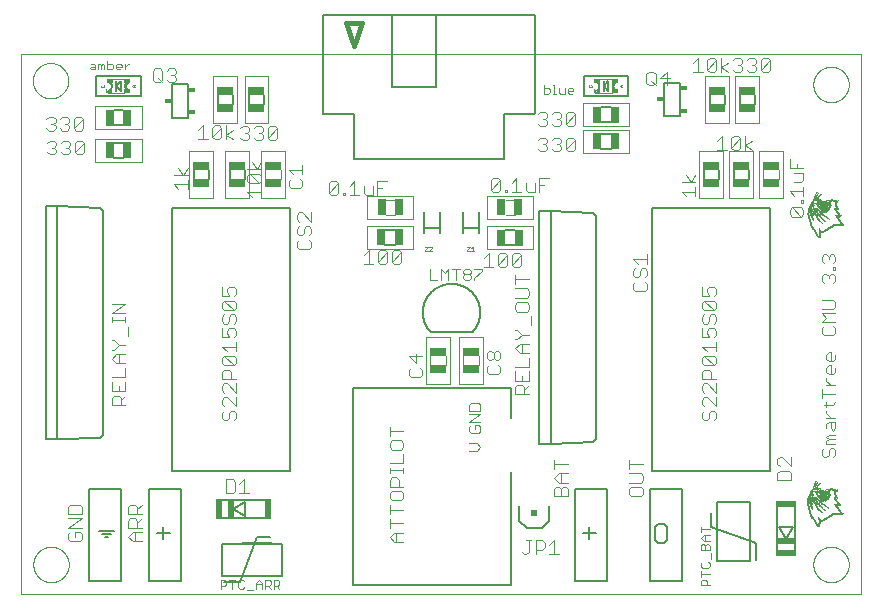
<source format=gto>
G75*
%MOIN*%
%OFA0B0*%
%FSLAX25Y25*%
%IPPOS*%
%LPD*%
%AMOC8*
5,1,8,0,0,1.08239X$1,22.5*
%
%ADD10C,0.00000*%
%ADD11C,0.00400*%
%ADD12R,0.00039X0.00079*%
%ADD13R,0.00039X0.00118*%
%ADD14R,0.00039X0.00197*%
%ADD15R,0.00039X0.00236*%
%ADD16R,0.00039X0.00276*%
%ADD17R,0.00039X0.00354*%
%ADD18R,0.00039X0.00394*%
%ADD19R,0.00039X0.00433*%
%ADD20R,0.00039X0.00512*%
%ADD21R,0.00039X0.00551*%
%ADD22R,0.00039X0.00630*%
%ADD23R,0.00039X0.00669*%
%ADD24R,0.00039X0.00709*%
%ADD25R,0.00039X0.00787*%
%ADD26R,0.00039X0.00827*%
%ADD27R,0.00039X0.00906*%
%ADD28R,0.00039X0.00945*%
%ADD29R,0.00039X0.00984*%
%ADD30R,0.00039X0.01063*%
%ADD31R,0.00039X0.01102*%
%ADD32R,0.00039X0.00315*%
%ADD33R,0.00039X0.00472*%
%ADD34R,0.00039X0.00591*%
%ADD35R,0.00039X0.00748*%
%ADD36R,0.00039X0.01024*%
%ADD37R,0.00039X0.00157*%
%ADD38R,0.00039X0.00866*%
%ADD39R,0.00039X0.01693*%
%ADD40R,0.00039X0.01614*%
%ADD41R,0.00039X0.01496*%
%ADD42R,0.00039X0.01417*%
%ADD43R,0.00039X0.01299*%
%ADD44R,0.00039X0.01181*%
%ADD45R,0.00039X0.01142*%
%ADD46R,0.00039X0.02362*%
%ADD47R,0.00039X0.02441*%
%ADD48R,0.00039X0.02520*%
%ADD49R,0.00039X0.02638*%
%ADD50R,0.00039X0.02677*%
%ADD51R,0.00039X0.01457*%
%ADD52R,0.00039X0.00039*%
%ADD53R,0.00039X0.01220*%
%ADD54R,0.00039X0.01260*%
%ADD55R,0.00039X0.01339*%
%ADD56R,0.00039X0.01378*%
%ADD57R,0.00039X0.01535*%
%ADD58R,0.00039X0.01575*%
%ADD59R,0.00039X0.01654*%
%ADD60R,0.00039X0.01772*%
%ADD61R,0.00039X0.01811*%
%ADD62R,0.00039X0.01890*%
%ADD63R,0.00039X0.03307*%
%ADD64R,0.00039X0.03386*%
%ADD65R,0.00039X0.03661*%
%ADD66R,0.00039X0.03701*%
%ADD67R,0.00039X0.03740*%
%ADD68R,0.00039X0.03780*%
%ADD69R,0.00039X0.03819*%
%ADD70R,0.00039X0.03858*%
%ADD71R,0.00039X0.03898*%
%ADD72R,0.00039X0.03937*%
%ADD73R,0.00039X0.03976*%
%ADD74R,0.00039X0.04016*%
%ADD75R,0.00039X0.04094*%
%ADD76R,0.00039X0.04213*%
%ADD77R,0.00039X0.03110*%
%ADD78R,0.00039X0.02992*%
%ADD79R,0.00039X0.02913*%
%ADD80R,0.00039X0.01850*%
%ADD81R,0.00039X0.02126*%
%ADD82R,0.00039X0.02402*%
%ADD83R,0.00039X0.02480*%
%ADD84R,0.00039X0.02559*%
%ADD85R,0.00039X0.02244*%
%ADD86R,0.00039X0.02165*%
%ADD87R,0.00039X0.01969*%
%ADD88R,0.00039X0.02047*%
%ADD89R,0.00039X0.01929*%
%ADD90R,0.00039X0.01732*%
%ADD91R,0.00039X0.03150*%
%ADD92R,0.00039X0.03228*%
%ADD93R,0.00039X0.04134*%
%ADD94R,0.00039X0.03504*%
%ADD95R,0.00039X0.03346*%
%ADD96R,0.00039X0.03189*%
%ADD97R,0.00039X0.03071*%
%ADD98R,0.00039X0.02835*%
%ADD99C,0.00200*%
%ADD100R,0.05709X0.02953*%
%ADD101C,0.00500*%
%ADD102C,0.00300*%
%ADD103C,0.00800*%
%ADD104C,0.00600*%
%ADD105R,0.02559X0.05512*%
%ADD106R,0.05512X0.02559*%
%ADD107C,0.00100*%
%ADD108R,0.01969X0.01280*%
%ADD109R,0.00984X0.00591*%
%ADD110R,0.00689X0.01575*%
%ADD111R,0.01031X0.01181*%
%ADD112R,0.00295X0.01280*%
%ADD113R,0.06800X0.02200*%
%ADD114R,0.06200X0.02400*%
%ADD115R,0.02200X0.06800*%
%ADD116R,0.02400X0.06200*%
%ADD117R,0.02300X0.01800*%
%ADD118C,0.01600*%
%ADD119R,0.02953X0.05709*%
%ADD120R,0.02000X0.02000*%
D10*
X0001000Y0023933D02*
X0001000Y0203933D01*
X0281000Y0203933D01*
X0281000Y0023933D01*
X0001000Y0023933D01*
X0005094Y0033933D02*
X0005096Y0034086D01*
X0005102Y0034240D01*
X0005112Y0034393D01*
X0005126Y0034545D01*
X0005144Y0034698D01*
X0005166Y0034849D01*
X0005191Y0035000D01*
X0005221Y0035151D01*
X0005255Y0035301D01*
X0005292Y0035449D01*
X0005333Y0035597D01*
X0005378Y0035743D01*
X0005427Y0035889D01*
X0005480Y0036033D01*
X0005536Y0036175D01*
X0005596Y0036316D01*
X0005660Y0036456D01*
X0005727Y0036594D01*
X0005798Y0036730D01*
X0005873Y0036864D01*
X0005950Y0036996D01*
X0006032Y0037126D01*
X0006116Y0037254D01*
X0006204Y0037380D01*
X0006295Y0037503D01*
X0006389Y0037624D01*
X0006487Y0037742D01*
X0006587Y0037858D01*
X0006691Y0037971D01*
X0006797Y0038082D01*
X0006906Y0038190D01*
X0007018Y0038295D01*
X0007132Y0038396D01*
X0007250Y0038495D01*
X0007369Y0038591D01*
X0007491Y0038684D01*
X0007616Y0038773D01*
X0007743Y0038860D01*
X0007872Y0038942D01*
X0008003Y0039022D01*
X0008136Y0039098D01*
X0008271Y0039171D01*
X0008408Y0039240D01*
X0008547Y0039305D01*
X0008687Y0039367D01*
X0008829Y0039425D01*
X0008972Y0039480D01*
X0009117Y0039531D01*
X0009263Y0039578D01*
X0009410Y0039621D01*
X0009558Y0039660D01*
X0009707Y0039696D01*
X0009857Y0039727D01*
X0010008Y0039755D01*
X0010159Y0039779D01*
X0010312Y0039799D01*
X0010464Y0039815D01*
X0010617Y0039827D01*
X0010770Y0039835D01*
X0010923Y0039839D01*
X0011077Y0039839D01*
X0011230Y0039835D01*
X0011383Y0039827D01*
X0011536Y0039815D01*
X0011688Y0039799D01*
X0011841Y0039779D01*
X0011992Y0039755D01*
X0012143Y0039727D01*
X0012293Y0039696D01*
X0012442Y0039660D01*
X0012590Y0039621D01*
X0012737Y0039578D01*
X0012883Y0039531D01*
X0013028Y0039480D01*
X0013171Y0039425D01*
X0013313Y0039367D01*
X0013453Y0039305D01*
X0013592Y0039240D01*
X0013729Y0039171D01*
X0013864Y0039098D01*
X0013997Y0039022D01*
X0014128Y0038942D01*
X0014257Y0038860D01*
X0014384Y0038773D01*
X0014509Y0038684D01*
X0014631Y0038591D01*
X0014750Y0038495D01*
X0014868Y0038396D01*
X0014982Y0038295D01*
X0015094Y0038190D01*
X0015203Y0038082D01*
X0015309Y0037971D01*
X0015413Y0037858D01*
X0015513Y0037742D01*
X0015611Y0037624D01*
X0015705Y0037503D01*
X0015796Y0037380D01*
X0015884Y0037254D01*
X0015968Y0037126D01*
X0016050Y0036996D01*
X0016127Y0036864D01*
X0016202Y0036730D01*
X0016273Y0036594D01*
X0016340Y0036456D01*
X0016404Y0036316D01*
X0016464Y0036175D01*
X0016520Y0036033D01*
X0016573Y0035889D01*
X0016622Y0035743D01*
X0016667Y0035597D01*
X0016708Y0035449D01*
X0016745Y0035301D01*
X0016779Y0035151D01*
X0016809Y0035000D01*
X0016834Y0034849D01*
X0016856Y0034698D01*
X0016874Y0034545D01*
X0016888Y0034393D01*
X0016898Y0034240D01*
X0016904Y0034086D01*
X0016906Y0033933D01*
X0016904Y0033780D01*
X0016898Y0033626D01*
X0016888Y0033473D01*
X0016874Y0033321D01*
X0016856Y0033168D01*
X0016834Y0033017D01*
X0016809Y0032866D01*
X0016779Y0032715D01*
X0016745Y0032565D01*
X0016708Y0032417D01*
X0016667Y0032269D01*
X0016622Y0032123D01*
X0016573Y0031977D01*
X0016520Y0031833D01*
X0016464Y0031691D01*
X0016404Y0031550D01*
X0016340Y0031410D01*
X0016273Y0031272D01*
X0016202Y0031136D01*
X0016127Y0031002D01*
X0016050Y0030870D01*
X0015968Y0030740D01*
X0015884Y0030612D01*
X0015796Y0030486D01*
X0015705Y0030363D01*
X0015611Y0030242D01*
X0015513Y0030124D01*
X0015413Y0030008D01*
X0015309Y0029895D01*
X0015203Y0029784D01*
X0015094Y0029676D01*
X0014982Y0029571D01*
X0014868Y0029470D01*
X0014750Y0029371D01*
X0014631Y0029275D01*
X0014509Y0029182D01*
X0014384Y0029093D01*
X0014257Y0029006D01*
X0014128Y0028924D01*
X0013997Y0028844D01*
X0013864Y0028768D01*
X0013729Y0028695D01*
X0013592Y0028626D01*
X0013453Y0028561D01*
X0013313Y0028499D01*
X0013171Y0028441D01*
X0013028Y0028386D01*
X0012883Y0028335D01*
X0012737Y0028288D01*
X0012590Y0028245D01*
X0012442Y0028206D01*
X0012293Y0028170D01*
X0012143Y0028139D01*
X0011992Y0028111D01*
X0011841Y0028087D01*
X0011688Y0028067D01*
X0011536Y0028051D01*
X0011383Y0028039D01*
X0011230Y0028031D01*
X0011077Y0028027D01*
X0010923Y0028027D01*
X0010770Y0028031D01*
X0010617Y0028039D01*
X0010464Y0028051D01*
X0010312Y0028067D01*
X0010159Y0028087D01*
X0010008Y0028111D01*
X0009857Y0028139D01*
X0009707Y0028170D01*
X0009558Y0028206D01*
X0009410Y0028245D01*
X0009263Y0028288D01*
X0009117Y0028335D01*
X0008972Y0028386D01*
X0008829Y0028441D01*
X0008687Y0028499D01*
X0008547Y0028561D01*
X0008408Y0028626D01*
X0008271Y0028695D01*
X0008136Y0028768D01*
X0008003Y0028844D01*
X0007872Y0028924D01*
X0007743Y0029006D01*
X0007616Y0029093D01*
X0007491Y0029182D01*
X0007369Y0029275D01*
X0007250Y0029371D01*
X0007132Y0029470D01*
X0007018Y0029571D01*
X0006906Y0029676D01*
X0006797Y0029784D01*
X0006691Y0029895D01*
X0006587Y0030008D01*
X0006487Y0030124D01*
X0006389Y0030242D01*
X0006295Y0030363D01*
X0006204Y0030486D01*
X0006116Y0030612D01*
X0006032Y0030740D01*
X0005950Y0030870D01*
X0005873Y0031002D01*
X0005798Y0031136D01*
X0005727Y0031272D01*
X0005660Y0031410D01*
X0005596Y0031550D01*
X0005536Y0031691D01*
X0005480Y0031833D01*
X0005427Y0031977D01*
X0005378Y0032123D01*
X0005333Y0032269D01*
X0005292Y0032417D01*
X0005255Y0032565D01*
X0005221Y0032715D01*
X0005191Y0032866D01*
X0005166Y0033017D01*
X0005144Y0033168D01*
X0005126Y0033321D01*
X0005112Y0033473D01*
X0005102Y0033626D01*
X0005096Y0033780D01*
X0005094Y0033933D01*
X0265094Y0033933D02*
X0265096Y0034086D01*
X0265102Y0034240D01*
X0265112Y0034393D01*
X0265126Y0034545D01*
X0265144Y0034698D01*
X0265166Y0034849D01*
X0265191Y0035000D01*
X0265221Y0035151D01*
X0265255Y0035301D01*
X0265292Y0035449D01*
X0265333Y0035597D01*
X0265378Y0035743D01*
X0265427Y0035889D01*
X0265480Y0036033D01*
X0265536Y0036175D01*
X0265596Y0036316D01*
X0265660Y0036456D01*
X0265727Y0036594D01*
X0265798Y0036730D01*
X0265873Y0036864D01*
X0265950Y0036996D01*
X0266032Y0037126D01*
X0266116Y0037254D01*
X0266204Y0037380D01*
X0266295Y0037503D01*
X0266389Y0037624D01*
X0266487Y0037742D01*
X0266587Y0037858D01*
X0266691Y0037971D01*
X0266797Y0038082D01*
X0266906Y0038190D01*
X0267018Y0038295D01*
X0267132Y0038396D01*
X0267250Y0038495D01*
X0267369Y0038591D01*
X0267491Y0038684D01*
X0267616Y0038773D01*
X0267743Y0038860D01*
X0267872Y0038942D01*
X0268003Y0039022D01*
X0268136Y0039098D01*
X0268271Y0039171D01*
X0268408Y0039240D01*
X0268547Y0039305D01*
X0268687Y0039367D01*
X0268829Y0039425D01*
X0268972Y0039480D01*
X0269117Y0039531D01*
X0269263Y0039578D01*
X0269410Y0039621D01*
X0269558Y0039660D01*
X0269707Y0039696D01*
X0269857Y0039727D01*
X0270008Y0039755D01*
X0270159Y0039779D01*
X0270312Y0039799D01*
X0270464Y0039815D01*
X0270617Y0039827D01*
X0270770Y0039835D01*
X0270923Y0039839D01*
X0271077Y0039839D01*
X0271230Y0039835D01*
X0271383Y0039827D01*
X0271536Y0039815D01*
X0271688Y0039799D01*
X0271841Y0039779D01*
X0271992Y0039755D01*
X0272143Y0039727D01*
X0272293Y0039696D01*
X0272442Y0039660D01*
X0272590Y0039621D01*
X0272737Y0039578D01*
X0272883Y0039531D01*
X0273028Y0039480D01*
X0273171Y0039425D01*
X0273313Y0039367D01*
X0273453Y0039305D01*
X0273592Y0039240D01*
X0273729Y0039171D01*
X0273864Y0039098D01*
X0273997Y0039022D01*
X0274128Y0038942D01*
X0274257Y0038860D01*
X0274384Y0038773D01*
X0274509Y0038684D01*
X0274631Y0038591D01*
X0274750Y0038495D01*
X0274868Y0038396D01*
X0274982Y0038295D01*
X0275094Y0038190D01*
X0275203Y0038082D01*
X0275309Y0037971D01*
X0275413Y0037858D01*
X0275513Y0037742D01*
X0275611Y0037624D01*
X0275705Y0037503D01*
X0275796Y0037380D01*
X0275884Y0037254D01*
X0275968Y0037126D01*
X0276050Y0036996D01*
X0276127Y0036864D01*
X0276202Y0036730D01*
X0276273Y0036594D01*
X0276340Y0036456D01*
X0276404Y0036316D01*
X0276464Y0036175D01*
X0276520Y0036033D01*
X0276573Y0035889D01*
X0276622Y0035743D01*
X0276667Y0035597D01*
X0276708Y0035449D01*
X0276745Y0035301D01*
X0276779Y0035151D01*
X0276809Y0035000D01*
X0276834Y0034849D01*
X0276856Y0034698D01*
X0276874Y0034545D01*
X0276888Y0034393D01*
X0276898Y0034240D01*
X0276904Y0034086D01*
X0276906Y0033933D01*
X0276904Y0033780D01*
X0276898Y0033626D01*
X0276888Y0033473D01*
X0276874Y0033321D01*
X0276856Y0033168D01*
X0276834Y0033017D01*
X0276809Y0032866D01*
X0276779Y0032715D01*
X0276745Y0032565D01*
X0276708Y0032417D01*
X0276667Y0032269D01*
X0276622Y0032123D01*
X0276573Y0031977D01*
X0276520Y0031833D01*
X0276464Y0031691D01*
X0276404Y0031550D01*
X0276340Y0031410D01*
X0276273Y0031272D01*
X0276202Y0031136D01*
X0276127Y0031002D01*
X0276050Y0030870D01*
X0275968Y0030740D01*
X0275884Y0030612D01*
X0275796Y0030486D01*
X0275705Y0030363D01*
X0275611Y0030242D01*
X0275513Y0030124D01*
X0275413Y0030008D01*
X0275309Y0029895D01*
X0275203Y0029784D01*
X0275094Y0029676D01*
X0274982Y0029571D01*
X0274868Y0029470D01*
X0274750Y0029371D01*
X0274631Y0029275D01*
X0274509Y0029182D01*
X0274384Y0029093D01*
X0274257Y0029006D01*
X0274128Y0028924D01*
X0273997Y0028844D01*
X0273864Y0028768D01*
X0273729Y0028695D01*
X0273592Y0028626D01*
X0273453Y0028561D01*
X0273313Y0028499D01*
X0273171Y0028441D01*
X0273028Y0028386D01*
X0272883Y0028335D01*
X0272737Y0028288D01*
X0272590Y0028245D01*
X0272442Y0028206D01*
X0272293Y0028170D01*
X0272143Y0028139D01*
X0271992Y0028111D01*
X0271841Y0028087D01*
X0271688Y0028067D01*
X0271536Y0028051D01*
X0271383Y0028039D01*
X0271230Y0028031D01*
X0271077Y0028027D01*
X0270923Y0028027D01*
X0270770Y0028031D01*
X0270617Y0028039D01*
X0270464Y0028051D01*
X0270312Y0028067D01*
X0270159Y0028087D01*
X0270008Y0028111D01*
X0269857Y0028139D01*
X0269707Y0028170D01*
X0269558Y0028206D01*
X0269410Y0028245D01*
X0269263Y0028288D01*
X0269117Y0028335D01*
X0268972Y0028386D01*
X0268829Y0028441D01*
X0268687Y0028499D01*
X0268547Y0028561D01*
X0268408Y0028626D01*
X0268271Y0028695D01*
X0268136Y0028768D01*
X0268003Y0028844D01*
X0267872Y0028924D01*
X0267743Y0029006D01*
X0267616Y0029093D01*
X0267491Y0029182D01*
X0267369Y0029275D01*
X0267250Y0029371D01*
X0267132Y0029470D01*
X0267018Y0029571D01*
X0266906Y0029676D01*
X0266797Y0029784D01*
X0266691Y0029895D01*
X0266587Y0030008D01*
X0266487Y0030124D01*
X0266389Y0030242D01*
X0266295Y0030363D01*
X0266204Y0030486D01*
X0266116Y0030612D01*
X0266032Y0030740D01*
X0265950Y0030870D01*
X0265873Y0031002D01*
X0265798Y0031136D01*
X0265727Y0031272D01*
X0265660Y0031410D01*
X0265596Y0031550D01*
X0265536Y0031691D01*
X0265480Y0031833D01*
X0265427Y0031977D01*
X0265378Y0032123D01*
X0265333Y0032269D01*
X0265292Y0032417D01*
X0265255Y0032565D01*
X0265221Y0032715D01*
X0265191Y0032866D01*
X0265166Y0033017D01*
X0265144Y0033168D01*
X0265126Y0033321D01*
X0265112Y0033473D01*
X0265102Y0033626D01*
X0265096Y0033780D01*
X0265094Y0033933D01*
X0265094Y0193933D02*
X0265096Y0194086D01*
X0265102Y0194240D01*
X0265112Y0194393D01*
X0265126Y0194545D01*
X0265144Y0194698D01*
X0265166Y0194849D01*
X0265191Y0195000D01*
X0265221Y0195151D01*
X0265255Y0195301D01*
X0265292Y0195449D01*
X0265333Y0195597D01*
X0265378Y0195743D01*
X0265427Y0195889D01*
X0265480Y0196033D01*
X0265536Y0196175D01*
X0265596Y0196316D01*
X0265660Y0196456D01*
X0265727Y0196594D01*
X0265798Y0196730D01*
X0265873Y0196864D01*
X0265950Y0196996D01*
X0266032Y0197126D01*
X0266116Y0197254D01*
X0266204Y0197380D01*
X0266295Y0197503D01*
X0266389Y0197624D01*
X0266487Y0197742D01*
X0266587Y0197858D01*
X0266691Y0197971D01*
X0266797Y0198082D01*
X0266906Y0198190D01*
X0267018Y0198295D01*
X0267132Y0198396D01*
X0267250Y0198495D01*
X0267369Y0198591D01*
X0267491Y0198684D01*
X0267616Y0198773D01*
X0267743Y0198860D01*
X0267872Y0198942D01*
X0268003Y0199022D01*
X0268136Y0199098D01*
X0268271Y0199171D01*
X0268408Y0199240D01*
X0268547Y0199305D01*
X0268687Y0199367D01*
X0268829Y0199425D01*
X0268972Y0199480D01*
X0269117Y0199531D01*
X0269263Y0199578D01*
X0269410Y0199621D01*
X0269558Y0199660D01*
X0269707Y0199696D01*
X0269857Y0199727D01*
X0270008Y0199755D01*
X0270159Y0199779D01*
X0270312Y0199799D01*
X0270464Y0199815D01*
X0270617Y0199827D01*
X0270770Y0199835D01*
X0270923Y0199839D01*
X0271077Y0199839D01*
X0271230Y0199835D01*
X0271383Y0199827D01*
X0271536Y0199815D01*
X0271688Y0199799D01*
X0271841Y0199779D01*
X0271992Y0199755D01*
X0272143Y0199727D01*
X0272293Y0199696D01*
X0272442Y0199660D01*
X0272590Y0199621D01*
X0272737Y0199578D01*
X0272883Y0199531D01*
X0273028Y0199480D01*
X0273171Y0199425D01*
X0273313Y0199367D01*
X0273453Y0199305D01*
X0273592Y0199240D01*
X0273729Y0199171D01*
X0273864Y0199098D01*
X0273997Y0199022D01*
X0274128Y0198942D01*
X0274257Y0198860D01*
X0274384Y0198773D01*
X0274509Y0198684D01*
X0274631Y0198591D01*
X0274750Y0198495D01*
X0274868Y0198396D01*
X0274982Y0198295D01*
X0275094Y0198190D01*
X0275203Y0198082D01*
X0275309Y0197971D01*
X0275413Y0197858D01*
X0275513Y0197742D01*
X0275611Y0197624D01*
X0275705Y0197503D01*
X0275796Y0197380D01*
X0275884Y0197254D01*
X0275968Y0197126D01*
X0276050Y0196996D01*
X0276127Y0196864D01*
X0276202Y0196730D01*
X0276273Y0196594D01*
X0276340Y0196456D01*
X0276404Y0196316D01*
X0276464Y0196175D01*
X0276520Y0196033D01*
X0276573Y0195889D01*
X0276622Y0195743D01*
X0276667Y0195597D01*
X0276708Y0195449D01*
X0276745Y0195301D01*
X0276779Y0195151D01*
X0276809Y0195000D01*
X0276834Y0194849D01*
X0276856Y0194698D01*
X0276874Y0194545D01*
X0276888Y0194393D01*
X0276898Y0194240D01*
X0276904Y0194086D01*
X0276906Y0193933D01*
X0276904Y0193780D01*
X0276898Y0193626D01*
X0276888Y0193473D01*
X0276874Y0193321D01*
X0276856Y0193168D01*
X0276834Y0193017D01*
X0276809Y0192866D01*
X0276779Y0192715D01*
X0276745Y0192565D01*
X0276708Y0192417D01*
X0276667Y0192269D01*
X0276622Y0192123D01*
X0276573Y0191977D01*
X0276520Y0191833D01*
X0276464Y0191691D01*
X0276404Y0191550D01*
X0276340Y0191410D01*
X0276273Y0191272D01*
X0276202Y0191136D01*
X0276127Y0191002D01*
X0276050Y0190870D01*
X0275968Y0190740D01*
X0275884Y0190612D01*
X0275796Y0190486D01*
X0275705Y0190363D01*
X0275611Y0190242D01*
X0275513Y0190124D01*
X0275413Y0190008D01*
X0275309Y0189895D01*
X0275203Y0189784D01*
X0275094Y0189676D01*
X0274982Y0189571D01*
X0274868Y0189470D01*
X0274750Y0189371D01*
X0274631Y0189275D01*
X0274509Y0189182D01*
X0274384Y0189093D01*
X0274257Y0189006D01*
X0274128Y0188924D01*
X0273997Y0188844D01*
X0273864Y0188768D01*
X0273729Y0188695D01*
X0273592Y0188626D01*
X0273453Y0188561D01*
X0273313Y0188499D01*
X0273171Y0188441D01*
X0273028Y0188386D01*
X0272883Y0188335D01*
X0272737Y0188288D01*
X0272590Y0188245D01*
X0272442Y0188206D01*
X0272293Y0188170D01*
X0272143Y0188139D01*
X0271992Y0188111D01*
X0271841Y0188087D01*
X0271688Y0188067D01*
X0271536Y0188051D01*
X0271383Y0188039D01*
X0271230Y0188031D01*
X0271077Y0188027D01*
X0270923Y0188027D01*
X0270770Y0188031D01*
X0270617Y0188039D01*
X0270464Y0188051D01*
X0270312Y0188067D01*
X0270159Y0188087D01*
X0270008Y0188111D01*
X0269857Y0188139D01*
X0269707Y0188170D01*
X0269558Y0188206D01*
X0269410Y0188245D01*
X0269263Y0188288D01*
X0269117Y0188335D01*
X0268972Y0188386D01*
X0268829Y0188441D01*
X0268687Y0188499D01*
X0268547Y0188561D01*
X0268408Y0188626D01*
X0268271Y0188695D01*
X0268136Y0188768D01*
X0268003Y0188844D01*
X0267872Y0188924D01*
X0267743Y0189006D01*
X0267616Y0189093D01*
X0267491Y0189182D01*
X0267369Y0189275D01*
X0267250Y0189371D01*
X0267132Y0189470D01*
X0267018Y0189571D01*
X0266906Y0189676D01*
X0266797Y0189784D01*
X0266691Y0189895D01*
X0266587Y0190008D01*
X0266487Y0190124D01*
X0266389Y0190242D01*
X0266295Y0190363D01*
X0266204Y0190486D01*
X0266116Y0190612D01*
X0266032Y0190740D01*
X0265950Y0190870D01*
X0265873Y0191002D01*
X0265798Y0191136D01*
X0265727Y0191272D01*
X0265660Y0191410D01*
X0265596Y0191550D01*
X0265536Y0191691D01*
X0265480Y0191833D01*
X0265427Y0191977D01*
X0265378Y0192123D01*
X0265333Y0192269D01*
X0265292Y0192417D01*
X0265255Y0192565D01*
X0265221Y0192715D01*
X0265191Y0192866D01*
X0265166Y0193017D01*
X0265144Y0193168D01*
X0265126Y0193321D01*
X0265112Y0193473D01*
X0265102Y0193626D01*
X0265096Y0193780D01*
X0265094Y0193933D01*
X0004937Y0195193D02*
X0004939Y0195346D01*
X0004945Y0195500D01*
X0004955Y0195653D01*
X0004969Y0195805D01*
X0004987Y0195958D01*
X0005009Y0196109D01*
X0005034Y0196260D01*
X0005064Y0196411D01*
X0005098Y0196561D01*
X0005135Y0196709D01*
X0005176Y0196857D01*
X0005221Y0197003D01*
X0005270Y0197149D01*
X0005323Y0197293D01*
X0005379Y0197435D01*
X0005439Y0197576D01*
X0005503Y0197716D01*
X0005570Y0197854D01*
X0005641Y0197990D01*
X0005716Y0198124D01*
X0005793Y0198256D01*
X0005875Y0198386D01*
X0005959Y0198514D01*
X0006047Y0198640D01*
X0006138Y0198763D01*
X0006232Y0198884D01*
X0006330Y0199002D01*
X0006430Y0199118D01*
X0006534Y0199231D01*
X0006640Y0199342D01*
X0006749Y0199450D01*
X0006861Y0199555D01*
X0006975Y0199656D01*
X0007093Y0199755D01*
X0007212Y0199851D01*
X0007334Y0199944D01*
X0007459Y0200033D01*
X0007586Y0200120D01*
X0007715Y0200202D01*
X0007846Y0200282D01*
X0007979Y0200358D01*
X0008114Y0200431D01*
X0008251Y0200500D01*
X0008390Y0200565D01*
X0008530Y0200627D01*
X0008672Y0200685D01*
X0008815Y0200740D01*
X0008960Y0200791D01*
X0009106Y0200838D01*
X0009253Y0200881D01*
X0009401Y0200920D01*
X0009550Y0200956D01*
X0009700Y0200987D01*
X0009851Y0201015D01*
X0010002Y0201039D01*
X0010155Y0201059D01*
X0010307Y0201075D01*
X0010460Y0201087D01*
X0010613Y0201095D01*
X0010766Y0201099D01*
X0010920Y0201099D01*
X0011073Y0201095D01*
X0011226Y0201087D01*
X0011379Y0201075D01*
X0011531Y0201059D01*
X0011684Y0201039D01*
X0011835Y0201015D01*
X0011986Y0200987D01*
X0012136Y0200956D01*
X0012285Y0200920D01*
X0012433Y0200881D01*
X0012580Y0200838D01*
X0012726Y0200791D01*
X0012871Y0200740D01*
X0013014Y0200685D01*
X0013156Y0200627D01*
X0013296Y0200565D01*
X0013435Y0200500D01*
X0013572Y0200431D01*
X0013707Y0200358D01*
X0013840Y0200282D01*
X0013971Y0200202D01*
X0014100Y0200120D01*
X0014227Y0200033D01*
X0014352Y0199944D01*
X0014474Y0199851D01*
X0014593Y0199755D01*
X0014711Y0199656D01*
X0014825Y0199555D01*
X0014937Y0199450D01*
X0015046Y0199342D01*
X0015152Y0199231D01*
X0015256Y0199118D01*
X0015356Y0199002D01*
X0015454Y0198884D01*
X0015548Y0198763D01*
X0015639Y0198640D01*
X0015727Y0198514D01*
X0015811Y0198386D01*
X0015893Y0198256D01*
X0015970Y0198124D01*
X0016045Y0197990D01*
X0016116Y0197854D01*
X0016183Y0197716D01*
X0016247Y0197576D01*
X0016307Y0197435D01*
X0016363Y0197293D01*
X0016416Y0197149D01*
X0016465Y0197003D01*
X0016510Y0196857D01*
X0016551Y0196709D01*
X0016588Y0196561D01*
X0016622Y0196411D01*
X0016652Y0196260D01*
X0016677Y0196109D01*
X0016699Y0195958D01*
X0016717Y0195805D01*
X0016731Y0195653D01*
X0016741Y0195500D01*
X0016747Y0195346D01*
X0016749Y0195193D01*
X0016747Y0195040D01*
X0016741Y0194886D01*
X0016731Y0194733D01*
X0016717Y0194581D01*
X0016699Y0194428D01*
X0016677Y0194277D01*
X0016652Y0194126D01*
X0016622Y0193975D01*
X0016588Y0193825D01*
X0016551Y0193677D01*
X0016510Y0193529D01*
X0016465Y0193383D01*
X0016416Y0193237D01*
X0016363Y0193093D01*
X0016307Y0192951D01*
X0016247Y0192810D01*
X0016183Y0192670D01*
X0016116Y0192532D01*
X0016045Y0192396D01*
X0015970Y0192262D01*
X0015893Y0192130D01*
X0015811Y0192000D01*
X0015727Y0191872D01*
X0015639Y0191746D01*
X0015548Y0191623D01*
X0015454Y0191502D01*
X0015356Y0191384D01*
X0015256Y0191268D01*
X0015152Y0191155D01*
X0015046Y0191044D01*
X0014937Y0190936D01*
X0014825Y0190831D01*
X0014711Y0190730D01*
X0014593Y0190631D01*
X0014474Y0190535D01*
X0014352Y0190442D01*
X0014227Y0190353D01*
X0014100Y0190266D01*
X0013971Y0190184D01*
X0013840Y0190104D01*
X0013707Y0190028D01*
X0013572Y0189955D01*
X0013435Y0189886D01*
X0013296Y0189821D01*
X0013156Y0189759D01*
X0013014Y0189701D01*
X0012871Y0189646D01*
X0012726Y0189595D01*
X0012580Y0189548D01*
X0012433Y0189505D01*
X0012285Y0189466D01*
X0012136Y0189430D01*
X0011986Y0189399D01*
X0011835Y0189371D01*
X0011684Y0189347D01*
X0011531Y0189327D01*
X0011379Y0189311D01*
X0011226Y0189299D01*
X0011073Y0189291D01*
X0010920Y0189287D01*
X0010766Y0189287D01*
X0010613Y0189291D01*
X0010460Y0189299D01*
X0010307Y0189311D01*
X0010155Y0189327D01*
X0010002Y0189347D01*
X0009851Y0189371D01*
X0009700Y0189399D01*
X0009550Y0189430D01*
X0009401Y0189466D01*
X0009253Y0189505D01*
X0009106Y0189548D01*
X0008960Y0189595D01*
X0008815Y0189646D01*
X0008672Y0189701D01*
X0008530Y0189759D01*
X0008390Y0189821D01*
X0008251Y0189886D01*
X0008114Y0189955D01*
X0007979Y0190028D01*
X0007846Y0190104D01*
X0007715Y0190184D01*
X0007586Y0190266D01*
X0007459Y0190353D01*
X0007334Y0190442D01*
X0007212Y0190535D01*
X0007093Y0190631D01*
X0006975Y0190730D01*
X0006861Y0190831D01*
X0006749Y0190936D01*
X0006640Y0191044D01*
X0006534Y0191155D01*
X0006430Y0191268D01*
X0006330Y0191384D01*
X0006232Y0191502D01*
X0006138Y0191623D01*
X0006047Y0191746D01*
X0005959Y0191872D01*
X0005875Y0192000D01*
X0005793Y0192130D01*
X0005716Y0192262D01*
X0005641Y0192396D01*
X0005570Y0192532D01*
X0005503Y0192670D01*
X0005439Y0192810D01*
X0005379Y0192951D01*
X0005323Y0193093D01*
X0005270Y0193237D01*
X0005221Y0193383D01*
X0005176Y0193529D01*
X0005135Y0193677D01*
X0005098Y0193825D01*
X0005064Y0193975D01*
X0005034Y0194126D01*
X0005009Y0194277D01*
X0004987Y0194428D01*
X0004969Y0194581D01*
X0004955Y0194733D01*
X0004945Y0194886D01*
X0004939Y0195040D01*
X0004937Y0195193D01*
D11*
X0010222Y0183111D02*
X0011757Y0183111D01*
X0012524Y0182344D01*
X0012524Y0181576D01*
X0011757Y0180809D01*
X0012524Y0180042D01*
X0012524Y0179274D01*
X0011757Y0178507D01*
X0010222Y0178507D01*
X0009455Y0179274D01*
X0010990Y0180809D02*
X0011757Y0180809D01*
X0009455Y0182344D02*
X0010222Y0183111D01*
X0014059Y0182344D02*
X0014826Y0183111D01*
X0016361Y0183111D01*
X0017128Y0182344D01*
X0017128Y0181576D01*
X0016361Y0180809D01*
X0017128Y0180042D01*
X0017128Y0179274D01*
X0016361Y0178507D01*
X0014826Y0178507D01*
X0014059Y0179274D01*
X0015594Y0180809D02*
X0016361Y0180809D01*
X0018663Y0179274D02*
X0018663Y0182344D01*
X0019430Y0183111D01*
X0020965Y0183111D01*
X0021732Y0182344D01*
X0018663Y0179274D01*
X0019430Y0178507D01*
X0020965Y0178507D01*
X0021732Y0179274D01*
X0021732Y0182344D01*
X0021241Y0175221D02*
X0022008Y0174454D01*
X0018939Y0171385D01*
X0019706Y0170617D01*
X0021241Y0170617D01*
X0022008Y0171385D01*
X0022008Y0174454D01*
X0021241Y0175221D02*
X0019706Y0175221D01*
X0018939Y0174454D01*
X0018939Y0171385D01*
X0017404Y0171385D02*
X0016637Y0170617D01*
X0015102Y0170617D01*
X0014335Y0171385D01*
X0012800Y0171385D02*
X0012033Y0170617D01*
X0010498Y0170617D01*
X0009731Y0171385D01*
X0011265Y0172919D02*
X0012033Y0172919D01*
X0012800Y0172152D01*
X0012800Y0171385D01*
X0012033Y0172919D02*
X0012800Y0173687D01*
X0012800Y0174454D01*
X0012033Y0175221D01*
X0010498Y0175221D01*
X0009731Y0174454D01*
X0014335Y0174454D02*
X0015102Y0175221D01*
X0016637Y0175221D01*
X0017404Y0174454D01*
X0017404Y0173687D01*
X0016637Y0172919D01*
X0017404Y0172152D01*
X0017404Y0171385D01*
X0016637Y0172919D02*
X0015869Y0172919D01*
X0051960Y0163769D02*
X0056564Y0163769D01*
X0056564Y0162234D02*
X0056564Y0159165D01*
X0056564Y0160700D02*
X0051960Y0160700D01*
X0053495Y0159165D01*
X0055029Y0163769D02*
X0053495Y0166071D01*
X0055029Y0163769D02*
X0056564Y0166071D01*
X0060156Y0175700D02*
X0063225Y0175700D01*
X0061690Y0175700D02*
X0061690Y0180304D01*
X0060156Y0178769D01*
X0064759Y0179537D02*
X0064759Y0176467D01*
X0067829Y0179537D01*
X0067829Y0176467D01*
X0067061Y0175700D01*
X0065527Y0175700D01*
X0064759Y0176467D01*
X0064759Y0179537D02*
X0065527Y0180304D01*
X0067061Y0180304D01*
X0067829Y0179537D01*
X0069363Y0180304D02*
X0069363Y0175700D01*
X0069363Y0177235D02*
X0071665Y0175700D01*
X0074073Y0176235D02*
X0074841Y0175468D01*
X0076375Y0175468D01*
X0077143Y0176235D01*
X0077143Y0177002D01*
X0076375Y0177770D01*
X0075608Y0177770D01*
X0076375Y0177770D02*
X0077143Y0178537D01*
X0077143Y0179304D01*
X0076375Y0180072D01*
X0074841Y0180072D01*
X0074073Y0179304D01*
X0071665Y0178769D02*
X0069363Y0177235D01*
X0078677Y0176235D02*
X0079444Y0175468D01*
X0080979Y0175468D01*
X0081746Y0176235D01*
X0081746Y0177002D01*
X0080979Y0177770D01*
X0080212Y0177770D01*
X0080979Y0177770D02*
X0081746Y0178537D01*
X0081746Y0179304D01*
X0080979Y0180072D01*
X0079444Y0180072D01*
X0078677Y0179304D01*
X0083281Y0179304D02*
X0083281Y0176235D01*
X0086350Y0179304D01*
X0086350Y0176235D01*
X0085583Y0175468D01*
X0084048Y0175468D01*
X0083281Y0176235D01*
X0083281Y0179304D02*
X0084048Y0180072D01*
X0085583Y0180072D01*
X0086350Y0179304D01*
X0081060Y0167961D02*
X0079525Y0165659D01*
X0077991Y0167961D01*
X0076456Y0165659D02*
X0081060Y0165659D01*
X0082402Y0165335D02*
X0082402Y0162433D01*
X0081060Y0161822D02*
X0080293Y0161055D01*
X0077223Y0164124D01*
X0080293Y0164124D01*
X0081060Y0163357D01*
X0081060Y0161822D01*
X0080293Y0161055D02*
X0077223Y0161055D01*
X0076456Y0161822D01*
X0076456Y0163357D01*
X0077223Y0164124D01*
X0081060Y0159520D02*
X0081060Y0156451D01*
X0081060Y0157985D02*
X0076456Y0157985D01*
X0077991Y0156451D01*
X0087598Y0162433D02*
X0087598Y0165433D01*
X0090196Y0165564D02*
X0091731Y0164029D01*
X0090963Y0162494D02*
X0090196Y0161727D01*
X0090196Y0160193D01*
X0090963Y0159425D01*
X0094033Y0159425D01*
X0094800Y0160193D01*
X0094800Y0161727D01*
X0094033Y0162494D01*
X0094800Y0164029D02*
X0094800Y0167098D01*
X0094800Y0165564D02*
X0090196Y0165564D01*
X0103700Y0160970D02*
X0104467Y0161737D01*
X0106002Y0161737D01*
X0106769Y0160970D01*
X0103700Y0157900D01*
X0104467Y0157133D01*
X0106002Y0157133D01*
X0106769Y0157900D01*
X0106769Y0160970D01*
X0103700Y0160970D02*
X0103700Y0157900D01*
X0108304Y0157900D02*
X0109071Y0157900D01*
X0109071Y0157133D01*
X0108304Y0157133D01*
X0108304Y0157900D01*
X0110606Y0157133D02*
X0113675Y0157133D01*
X0112141Y0157133D02*
X0112141Y0161737D01*
X0110606Y0160202D01*
X0115210Y0160202D02*
X0115210Y0157900D01*
X0115977Y0157133D01*
X0118279Y0157133D01*
X0118279Y0160202D01*
X0119814Y0159435D02*
X0121348Y0159435D01*
X0119814Y0157133D02*
X0119814Y0161737D01*
X0122883Y0161737D01*
X0122500Y0155531D02*
X0125500Y0155531D01*
X0125500Y0150335D02*
X0122598Y0150335D01*
X0122294Y0138737D02*
X0120759Y0138737D01*
X0119992Y0137970D01*
X0119992Y0134900D01*
X0123061Y0137970D01*
X0123061Y0134900D01*
X0122294Y0134133D01*
X0120759Y0134133D01*
X0119992Y0134900D01*
X0118457Y0134133D02*
X0115388Y0134133D01*
X0116923Y0134133D02*
X0116923Y0138737D01*
X0115388Y0137202D01*
X0122294Y0138737D02*
X0123061Y0137970D01*
X0124596Y0137970D02*
X0125363Y0138737D01*
X0126898Y0138737D01*
X0127665Y0137970D01*
X0124596Y0134900D01*
X0125363Y0134133D01*
X0126898Y0134133D01*
X0127665Y0134900D01*
X0127665Y0137970D01*
X0124596Y0137970D02*
X0124596Y0134900D01*
X0097650Y0139774D02*
X0097650Y0141308D01*
X0096883Y0142076D01*
X0096883Y0143610D02*
X0097650Y0144378D01*
X0097650Y0145912D01*
X0096883Y0146680D01*
X0096116Y0146680D01*
X0095348Y0145912D01*
X0095348Y0144378D01*
X0094581Y0143610D01*
X0093814Y0143610D01*
X0093046Y0144378D01*
X0093046Y0145912D01*
X0093814Y0146680D01*
X0093814Y0148214D02*
X0093046Y0148981D01*
X0093046Y0150516D01*
X0093814Y0151283D01*
X0094581Y0151283D01*
X0097650Y0148214D01*
X0097650Y0151283D01*
X0093814Y0142076D02*
X0093046Y0141308D01*
X0093046Y0139774D01*
X0093814Y0139006D01*
X0096883Y0139006D01*
X0097650Y0139774D01*
X0072650Y0125729D02*
X0072650Y0124194D01*
X0071883Y0123427D01*
X0070348Y0123427D02*
X0069581Y0124961D01*
X0069581Y0125729D01*
X0070348Y0126496D01*
X0071883Y0126496D01*
X0072650Y0125729D01*
X0070348Y0123427D02*
X0068046Y0123427D01*
X0068046Y0126496D01*
X0068814Y0121892D02*
X0068046Y0121125D01*
X0068046Y0119590D01*
X0068814Y0118823D01*
X0071883Y0118823D01*
X0068814Y0121892D01*
X0071883Y0121892D01*
X0072650Y0121125D01*
X0072650Y0119590D01*
X0071883Y0118823D01*
X0071883Y0117288D02*
X0072650Y0116521D01*
X0072650Y0114986D01*
X0071883Y0114219D01*
X0071883Y0112684D02*
X0072650Y0111917D01*
X0072650Y0110382D01*
X0071883Y0109615D01*
X0070348Y0109615D02*
X0069581Y0111150D01*
X0069581Y0111917D01*
X0070348Y0112684D01*
X0071883Y0112684D01*
X0069581Y0114219D02*
X0070348Y0114986D01*
X0070348Y0116521D01*
X0071116Y0117288D01*
X0071883Y0117288D01*
X0068814Y0117288D02*
X0068046Y0116521D01*
X0068046Y0114986D01*
X0068814Y0114219D01*
X0069581Y0114219D01*
X0068046Y0112684D02*
X0068046Y0109615D01*
X0070348Y0109615D01*
X0072650Y0108080D02*
X0072650Y0105011D01*
X0072650Y0106546D02*
X0068046Y0106546D01*
X0069581Y0105011D01*
X0068814Y0103476D02*
X0071883Y0100407D01*
X0072650Y0101174D01*
X0072650Y0102709D01*
X0071883Y0103476D01*
X0068814Y0103476D01*
X0068046Y0102709D01*
X0068046Y0101174D01*
X0068814Y0100407D01*
X0071883Y0100407D01*
X0070348Y0098872D02*
X0071116Y0098105D01*
X0071116Y0095803D01*
X0072650Y0095803D02*
X0068046Y0095803D01*
X0068046Y0098105D01*
X0068814Y0098872D01*
X0070348Y0098872D01*
X0069581Y0094268D02*
X0068814Y0094268D01*
X0068046Y0093501D01*
X0068046Y0091967D01*
X0068814Y0091199D01*
X0068814Y0089665D02*
X0068046Y0088897D01*
X0068046Y0087363D01*
X0068814Y0086595D01*
X0068814Y0085061D02*
X0068046Y0084293D01*
X0068046Y0082759D01*
X0068814Y0081991D01*
X0069581Y0081991D01*
X0070348Y0082759D01*
X0070348Y0084293D01*
X0071116Y0085061D01*
X0071883Y0085061D01*
X0072650Y0084293D01*
X0072650Y0082759D01*
X0071883Y0081991D01*
X0072650Y0086595D02*
X0069581Y0089665D01*
X0068814Y0089665D01*
X0072650Y0089665D02*
X0072650Y0086595D01*
X0072650Y0091199D02*
X0069581Y0094268D01*
X0072650Y0094268D02*
X0072650Y0091199D01*
X0035800Y0091737D02*
X0035800Y0094806D01*
X0035800Y0096341D02*
X0035800Y0099410D01*
X0035800Y0100945D02*
X0032731Y0100945D01*
X0031196Y0102479D01*
X0032731Y0104014D01*
X0035800Y0104014D01*
X0033498Y0104014D02*
X0033498Y0100945D01*
X0031196Y0096341D02*
X0035800Y0096341D01*
X0033498Y0093272D02*
X0033498Y0091737D01*
X0033498Y0090202D02*
X0034265Y0089435D01*
X0034265Y0087133D01*
X0034265Y0088668D02*
X0035800Y0090202D01*
X0035800Y0091737D02*
X0031196Y0091737D01*
X0031196Y0094806D01*
X0031963Y0090202D02*
X0033498Y0090202D01*
X0031963Y0090202D02*
X0031196Y0089435D01*
X0031196Y0087133D01*
X0035800Y0087133D01*
X0031963Y0105549D02*
X0033498Y0107083D01*
X0035800Y0107083D01*
X0033498Y0107083D02*
X0031963Y0108618D01*
X0031196Y0108618D01*
X0031196Y0105549D02*
X0031963Y0105549D01*
X0036567Y0110153D02*
X0036567Y0113222D01*
X0035800Y0114757D02*
X0035800Y0116291D01*
X0035800Y0115524D02*
X0031196Y0115524D01*
X0031196Y0114757D02*
X0031196Y0116291D01*
X0031196Y0117826D02*
X0035800Y0120895D01*
X0031196Y0120895D01*
X0031196Y0117826D02*
X0035800Y0117826D01*
X0123854Y0079877D02*
X0123854Y0076808D01*
X0123854Y0078342D02*
X0128457Y0078342D01*
X0127690Y0075273D02*
X0124621Y0075273D01*
X0123854Y0074506D01*
X0123854Y0072971D01*
X0124621Y0072204D01*
X0127690Y0072204D01*
X0128457Y0072971D01*
X0128457Y0074506D01*
X0127690Y0075273D01*
X0128457Y0070669D02*
X0128457Y0067600D01*
X0123854Y0067600D01*
X0123854Y0066065D02*
X0123854Y0064531D01*
X0123854Y0065298D02*
X0128457Y0065298D01*
X0128457Y0064531D02*
X0128457Y0066065D01*
X0126156Y0062996D02*
X0126923Y0062229D01*
X0126923Y0059927D01*
X0128457Y0059927D02*
X0123854Y0059927D01*
X0123854Y0062229D01*
X0124621Y0062996D01*
X0126156Y0062996D01*
X0127690Y0058392D02*
X0124621Y0058392D01*
X0123854Y0057625D01*
X0123854Y0056090D01*
X0124621Y0055323D01*
X0127690Y0055323D01*
X0128457Y0056090D01*
X0128457Y0057625D01*
X0127690Y0058392D01*
X0123854Y0053788D02*
X0123854Y0050719D01*
X0123854Y0052254D02*
X0128457Y0052254D01*
X0123854Y0049184D02*
X0123854Y0046115D01*
X0123854Y0047650D02*
X0128457Y0047650D01*
X0128457Y0044580D02*
X0125388Y0044580D01*
X0123854Y0043046D01*
X0125388Y0041511D01*
X0128457Y0041511D01*
X0126156Y0041511D02*
X0126156Y0044580D01*
X0167900Y0038100D02*
X0168667Y0037333D01*
X0169435Y0037333D01*
X0170202Y0038100D01*
X0170202Y0041937D01*
X0169435Y0041937D02*
X0170969Y0041937D01*
X0172504Y0041937D02*
X0174806Y0041937D01*
X0175573Y0041170D01*
X0175573Y0039635D01*
X0174806Y0038868D01*
X0172504Y0038868D01*
X0172504Y0037333D02*
X0172504Y0041937D01*
X0177108Y0040402D02*
X0178642Y0041937D01*
X0178642Y0037333D01*
X0177108Y0037333D02*
X0180177Y0037333D01*
X0180998Y0056633D02*
X0180998Y0058935D01*
X0181765Y0059702D01*
X0182533Y0059702D01*
X0183300Y0058935D01*
X0183300Y0056633D01*
X0178696Y0056633D01*
X0178696Y0058935D01*
X0179463Y0059702D01*
X0180231Y0059702D01*
X0180998Y0058935D01*
X0180998Y0061237D02*
X0180998Y0064306D01*
X0180231Y0064306D02*
X0183300Y0064306D01*
X0180231Y0064306D02*
X0178696Y0062772D01*
X0180231Y0061237D01*
X0183300Y0061237D01*
X0178696Y0065841D02*
X0178696Y0068910D01*
X0178696Y0067376D02*
X0183300Y0067376D01*
X0203696Y0067376D02*
X0208300Y0067376D01*
X0207533Y0064306D02*
X0203696Y0064306D01*
X0203696Y0065841D02*
X0203696Y0068910D01*
X0207533Y0064306D02*
X0208300Y0063539D01*
X0208300Y0062004D01*
X0207533Y0061237D01*
X0203696Y0061237D01*
X0204463Y0059702D02*
X0203696Y0058935D01*
X0203696Y0057400D01*
X0204463Y0056633D01*
X0207533Y0056633D01*
X0208300Y0057400D01*
X0208300Y0058935D01*
X0207533Y0059702D01*
X0204463Y0059702D01*
X0228046Y0082759D02*
X0228814Y0081991D01*
X0229581Y0081991D01*
X0230348Y0082759D01*
X0230348Y0084293D01*
X0231116Y0085061D01*
X0231883Y0085061D01*
X0232650Y0084293D01*
X0232650Y0082759D01*
X0231883Y0081991D01*
X0228046Y0082759D02*
X0228046Y0084293D01*
X0228814Y0085061D01*
X0228814Y0086595D02*
X0228046Y0087363D01*
X0228046Y0088897D01*
X0228814Y0089665D01*
X0229581Y0089665D01*
X0232650Y0086595D01*
X0232650Y0089665D01*
X0232650Y0091199D02*
X0229581Y0094268D01*
X0228814Y0094268D01*
X0228046Y0093501D01*
X0228046Y0091967D01*
X0228814Y0091199D01*
X0232650Y0091199D02*
X0232650Y0094268D01*
X0232650Y0095803D02*
X0228046Y0095803D01*
X0228046Y0098105D01*
X0228814Y0098872D01*
X0230348Y0098872D01*
X0231116Y0098105D01*
X0231116Y0095803D01*
X0231883Y0100407D02*
X0228814Y0100407D01*
X0228046Y0101174D01*
X0228046Y0102709D01*
X0228814Y0103476D01*
X0231883Y0100407D01*
X0232650Y0101174D01*
X0232650Y0102709D01*
X0231883Y0103476D01*
X0228814Y0103476D01*
X0229581Y0105011D02*
X0228046Y0106546D01*
X0232650Y0106546D01*
X0232650Y0108080D02*
X0232650Y0105011D01*
X0231883Y0109615D02*
X0232650Y0110382D01*
X0232650Y0111917D01*
X0231883Y0112684D01*
X0230348Y0112684D01*
X0229581Y0111917D01*
X0229581Y0111150D01*
X0230348Y0109615D01*
X0228046Y0109615D01*
X0228046Y0112684D01*
X0228814Y0114219D02*
X0229581Y0114219D01*
X0230348Y0114986D01*
X0230348Y0116521D01*
X0231116Y0117288D01*
X0231883Y0117288D01*
X0232650Y0116521D01*
X0232650Y0114986D01*
X0231883Y0114219D01*
X0228814Y0114219D02*
X0228046Y0114986D01*
X0228046Y0116521D01*
X0228814Y0117288D01*
X0228814Y0118823D02*
X0228046Y0119590D01*
X0228046Y0121125D01*
X0228814Y0121892D01*
X0231883Y0118823D01*
X0232650Y0119590D01*
X0232650Y0121125D01*
X0231883Y0121892D01*
X0228814Y0121892D01*
X0228046Y0123427D02*
X0230348Y0123427D01*
X0229581Y0124961D01*
X0229581Y0125729D01*
X0230348Y0126496D01*
X0231883Y0126496D01*
X0232650Y0125729D01*
X0232650Y0124194D01*
X0231883Y0123427D01*
X0228046Y0123427D02*
X0228046Y0126496D01*
X0228814Y0118823D02*
X0231883Y0118823D01*
X0209650Y0125774D02*
X0208883Y0125006D01*
X0205814Y0125006D01*
X0205046Y0125774D01*
X0205046Y0127308D01*
X0205814Y0128076D01*
X0205814Y0129610D02*
X0206581Y0129610D01*
X0207348Y0130378D01*
X0207348Y0131912D01*
X0208116Y0132680D01*
X0208883Y0132680D01*
X0209650Y0131912D01*
X0209650Y0130378D01*
X0208883Y0129610D01*
X0208883Y0128076D02*
X0209650Y0127308D01*
X0209650Y0125774D01*
X0205814Y0129610D02*
X0205046Y0130378D01*
X0205046Y0131912D01*
X0205814Y0132680D01*
X0206581Y0134214D02*
X0205046Y0135749D01*
X0209650Y0135749D01*
X0209650Y0137283D02*
X0209650Y0134214D01*
X0170300Y0128999D02*
X0165696Y0128999D01*
X0165696Y0127464D02*
X0165696Y0130534D01*
X0165363Y0133133D02*
X0164596Y0133900D01*
X0167665Y0136970D01*
X0167665Y0133900D01*
X0166898Y0133133D01*
X0165363Y0133133D01*
X0164596Y0133900D02*
X0164596Y0136970D01*
X0165363Y0137737D01*
X0166898Y0137737D01*
X0167665Y0136970D01*
X0163061Y0136970D02*
X0159992Y0133900D01*
X0160759Y0133133D01*
X0162294Y0133133D01*
X0163061Y0133900D01*
X0163061Y0136970D01*
X0162294Y0137737D01*
X0160759Y0137737D01*
X0159992Y0136970D01*
X0159992Y0133900D01*
X0158457Y0133133D02*
X0155388Y0133133D01*
X0156923Y0133133D02*
X0156923Y0137737D01*
X0155388Y0136202D01*
X0165696Y0125930D02*
X0169533Y0125930D01*
X0170300Y0125162D01*
X0170300Y0123628D01*
X0169533Y0122861D01*
X0165696Y0122861D01*
X0166463Y0121326D02*
X0165696Y0120559D01*
X0165696Y0119024D01*
X0166463Y0118257D01*
X0169533Y0118257D01*
X0170300Y0119024D01*
X0170300Y0120559D01*
X0169533Y0121326D01*
X0166463Y0121326D01*
X0171067Y0116722D02*
X0171067Y0113653D01*
X0170300Y0110583D02*
X0167998Y0110583D01*
X0166463Y0112118D01*
X0165696Y0112118D01*
X0167998Y0110583D02*
X0166463Y0109049D01*
X0165696Y0109049D01*
X0167231Y0107514D02*
X0165696Y0105979D01*
X0167231Y0104445D01*
X0170300Y0104445D01*
X0170300Y0102910D02*
X0170300Y0099841D01*
X0165696Y0099841D01*
X0165696Y0098306D02*
X0165696Y0095237D01*
X0170300Y0095237D01*
X0170300Y0098306D01*
X0167998Y0096772D02*
X0167998Y0095237D01*
X0167998Y0093702D02*
X0168765Y0092935D01*
X0168765Y0090633D01*
X0168765Y0092168D02*
X0170300Y0093702D01*
X0167998Y0093702D02*
X0166463Y0093702D01*
X0165696Y0092935D01*
X0165696Y0090633D01*
X0170300Y0090633D01*
X0160800Y0098193D02*
X0160800Y0099727D01*
X0160033Y0100494D01*
X0160033Y0102029D02*
X0159265Y0102029D01*
X0158498Y0102796D01*
X0158498Y0104331D01*
X0159265Y0105098D01*
X0160033Y0105098D01*
X0160800Y0104331D01*
X0160800Y0102796D01*
X0160033Y0102029D01*
X0158498Y0102796D02*
X0157731Y0102029D01*
X0156963Y0102029D01*
X0156196Y0102796D01*
X0156196Y0104331D01*
X0156963Y0105098D01*
X0157731Y0105098D01*
X0158498Y0104331D01*
X0153598Y0103433D02*
X0153598Y0100433D01*
X0156196Y0099727D02*
X0156196Y0098193D01*
X0156963Y0097425D01*
X0160033Y0097425D01*
X0160800Y0098193D01*
X0156963Y0100494D02*
X0156196Y0099727D01*
X0148402Y0100433D02*
X0148402Y0103335D01*
X0142598Y0103433D02*
X0142598Y0100433D01*
X0137402Y0100433D02*
X0137402Y0103335D01*
X0134800Y0103331D02*
X0130196Y0103331D01*
X0132498Y0101029D01*
X0132498Y0104098D01*
X0130963Y0099494D02*
X0130196Y0098727D01*
X0130196Y0097193D01*
X0130963Y0096425D01*
X0134033Y0096425D01*
X0134800Y0097193D01*
X0134800Y0098727D01*
X0134033Y0099494D01*
X0167231Y0107514D02*
X0170300Y0107514D01*
X0167998Y0107514D02*
X0167998Y0104445D01*
X0253106Y0069039D02*
X0253106Y0067504D01*
X0253873Y0066737D01*
X0253873Y0065202D02*
X0253106Y0064435D01*
X0253106Y0062133D01*
X0257709Y0062133D01*
X0257709Y0064435D01*
X0256942Y0065202D01*
X0253873Y0065202D01*
X0257709Y0066737D02*
X0254640Y0069806D01*
X0253873Y0069806D01*
X0253106Y0069039D01*
X0257709Y0069806D02*
X0257709Y0066737D01*
X0268047Y0070583D02*
X0268768Y0069862D01*
X0269489Y0069862D01*
X0270211Y0070583D01*
X0270211Y0072026D01*
X0270932Y0072747D01*
X0271653Y0072747D01*
X0272375Y0072026D01*
X0272375Y0070583D01*
X0271653Y0069862D01*
X0268047Y0070583D02*
X0268047Y0072026D01*
X0268768Y0072747D01*
X0269489Y0074212D02*
X0269489Y0074933D01*
X0270211Y0075654D01*
X0269489Y0076376D01*
X0270211Y0077097D01*
X0272375Y0077097D01*
X0272375Y0075654D02*
X0270211Y0075654D01*
X0269489Y0074212D02*
X0272375Y0074212D01*
X0271653Y0078562D02*
X0270932Y0079283D01*
X0270932Y0081447D01*
X0270211Y0081447D02*
X0272375Y0081447D01*
X0272375Y0079283D01*
X0271653Y0078562D01*
X0269489Y0079283D02*
X0269489Y0080726D01*
X0270211Y0081447D01*
X0270932Y0082912D02*
X0269489Y0084355D01*
X0269489Y0085076D01*
X0269489Y0086537D02*
X0269489Y0087980D01*
X0268768Y0087259D02*
X0271653Y0087259D01*
X0272375Y0087980D01*
X0272375Y0090880D02*
X0268047Y0090880D01*
X0268047Y0089437D02*
X0268047Y0092323D01*
X0269489Y0093788D02*
X0272375Y0093788D01*
X0270932Y0093788D02*
X0269489Y0095230D01*
X0269489Y0095952D01*
X0270211Y0097413D02*
X0269489Y0098134D01*
X0269489Y0099577D01*
X0270211Y0100298D01*
X0270932Y0100298D01*
X0270932Y0097413D01*
X0271653Y0097413D02*
X0270211Y0097413D01*
X0271653Y0097413D02*
X0272375Y0098134D01*
X0272375Y0099577D01*
X0271653Y0101763D02*
X0270211Y0101763D01*
X0269489Y0102484D01*
X0269489Y0103927D01*
X0270211Y0104648D01*
X0270932Y0104648D01*
X0270932Y0101763D01*
X0271653Y0101763D02*
X0272375Y0102484D01*
X0272375Y0103927D01*
X0271653Y0110463D02*
X0272375Y0111185D01*
X0272375Y0112627D01*
X0271653Y0113349D01*
X0272375Y0114813D02*
X0268047Y0114813D01*
X0269489Y0116256D01*
X0268047Y0117699D01*
X0272375Y0117699D01*
X0271653Y0119164D02*
X0268047Y0119164D01*
X0268047Y0122049D02*
X0271653Y0122049D01*
X0272375Y0121328D01*
X0272375Y0119885D01*
X0271653Y0119164D01*
X0268768Y0113349D02*
X0268047Y0112627D01*
X0268047Y0111185D01*
X0268768Y0110463D01*
X0271653Y0110463D01*
X0271653Y0127864D02*
X0272375Y0128585D01*
X0272375Y0130028D01*
X0271653Y0130749D01*
X0270932Y0130749D01*
X0270211Y0130028D01*
X0270211Y0129307D01*
X0270211Y0130028D02*
X0269489Y0130749D01*
X0268768Y0130749D01*
X0268047Y0130028D01*
X0268047Y0128585D01*
X0268768Y0127864D01*
X0271653Y0132214D02*
X0271653Y0132935D01*
X0272375Y0132935D01*
X0272375Y0132214D01*
X0271653Y0132214D01*
X0271653Y0134389D02*
X0272375Y0135110D01*
X0272375Y0136553D01*
X0271653Y0137275D01*
X0270932Y0137275D01*
X0270211Y0136553D01*
X0270211Y0135832D01*
X0270211Y0136553D02*
X0269489Y0137275D01*
X0268768Y0137275D01*
X0268047Y0136553D01*
X0268047Y0135110D01*
X0268768Y0134389D01*
X0261033Y0149915D02*
X0257963Y0149915D01*
X0257196Y0150683D01*
X0257196Y0152217D01*
X0257963Y0152985D01*
X0261033Y0149915D01*
X0261800Y0150683D01*
X0261800Y0152217D01*
X0261033Y0152985D01*
X0257963Y0152985D01*
X0261033Y0154519D02*
X0261033Y0155287D01*
X0261800Y0155287D01*
X0261800Y0154519D01*
X0261033Y0154519D01*
X0261800Y0156821D02*
X0261800Y0159891D01*
X0261800Y0158356D02*
X0257196Y0158356D01*
X0258731Y0156821D01*
X0258731Y0161425D02*
X0261033Y0161425D01*
X0261800Y0162192D01*
X0261800Y0164494D01*
X0258731Y0164494D01*
X0259498Y0166029D02*
X0259498Y0167564D01*
X0257196Y0166029D02*
X0257196Y0169098D01*
X0257196Y0166029D02*
X0261800Y0166029D01*
X0253598Y0165433D02*
X0253598Y0162531D01*
X0248402Y0162433D02*
X0248402Y0165433D01*
X0244665Y0172133D02*
X0242363Y0173668D01*
X0244665Y0175202D01*
X0242363Y0176737D02*
X0242363Y0172133D01*
X0240829Y0172900D02*
X0240061Y0172133D01*
X0238527Y0172133D01*
X0237759Y0172900D01*
X0240829Y0175970D01*
X0240829Y0172900D01*
X0237759Y0172900D02*
X0237759Y0175970D01*
X0238527Y0176737D01*
X0240061Y0176737D01*
X0240829Y0175970D01*
X0234690Y0176737D02*
X0234690Y0172133D01*
X0233156Y0172133D02*
X0236225Y0172133D01*
X0233156Y0175202D02*
X0234690Y0176737D01*
X0225800Y0163598D02*
X0224265Y0161296D01*
X0222731Y0163598D01*
X0221196Y0161296D02*
X0225800Y0161296D01*
X0225800Y0159762D02*
X0225800Y0156693D01*
X0225800Y0158227D02*
X0221196Y0158227D01*
X0222731Y0156693D01*
X0185665Y0172400D02*
X0184898Y0171633D01*
X0183363Y0171633D01*
X0182596Y0172400D01*
X0185665Y0175470D01*
X0185665Y0172400D01*
X0182596Y0172400D02*
X0182596Y0175470D01*
X0183363Y0176237D01*
X0184898Y0176237D01*
X0185665Y0175470D01*
X0181061Y0175470D02*
X0181061Y0174702D01*
X0180294Y0173935D01*
X0181061Y0173168D01*
X0181061Y0172400D01*
X0180294Y0171633D01*
X0178759Y0171633D01*
X0177992Y0172400D01*
X0176457Y0172400D02*
X0175690Y0171633D01*
X0174156Y0171633D01*
X0173388Y0172400D01*
X0174923Y0173935D02*
X0175690Y0173935D01*
X0176457Y0173168D01*
X0176457Y0172400D01*
X0175690Y0173935D02*
X0176457Y0174702D01*
X0176457Y0175470D01*
X0175690Y0176237D01*
X0174156Y0176237D01*
X0173388Y0175470D01*
X0177992Y0175470D02*
X0178759Y0176237D01*
X0180294Y0176237D01*
X0181061Y0175470D01*
X0180294Y0173935D02*
X0179527Y0173935D01*
X0180294Y0180133D02*
X0178759Y0180133D01*
X0177992Y0180900D01*
X0176457Y0180900D02*
X0175690Y0180133D01*
X0174156Y0180133D01*
X0173388Y0180900D01*
X0174923Y0182435D02*
X0175690Y0182435D01*
X0176457Y0181668D01*
X0176457Y0180900D01*
X0175690Y0182435D02*
X0176457Y0183202D01*
X0176457Y0183970D01*
X0175690Y0184737D01*
X0174156Y0184737D01*
X0173388Y0183970D01*
X0177992Y0183970D02*
X0178759Y0184737D01*
X0180294Y0184737D01*
X0181061Y0183970D01*
X0181061Y0183202D01*
X0180294Y0182435D01*
X0181061Y0181668D01*
X0181061Y0180900D01*
X0180294Y0180133D01*
X0182596Y0180900D02*
X0185665Y0183970D01*
X0185665Y0180900D01*
X0184898Y0180133D01*
X0183363Y0180133D01*
X0182596Y0180900D01*
X0182596Y0183970D01*
X0183363Y0184737D01*
X0184898Y0184737D01*
X0185665Y0183970D01*
X0180294Y0182435D02*
X0179527Y0182435D01*
X0192358Y0191169D02*
X0197969Y0191169D01*
X0199642Y0192055D02*
X0199570Y0192069D01*
X0199499Y0192085D01*
X0199428Y0192106D01*
X0199359Y0192130D01*
X0199292Y0192158D01*
X0199225Y0192189D01*
X0199161Y0192224D01*
X0199099Y0192262D01*
X0199038Y0192303D01*
X0198980Y0192348D01*
X0198924Y0192395D01*
X0198871Y0192445D01*
X0198821Y0192498D01*
X0198773Y0192554D01*
X0198728Y0192612D01*
X0198687Y0192672D01*
X0198649Y0192734D01*
X0198614Y0192799D01*
X0198582Y0192865D01*
X0198554Y0192932D01*
X0198530Y0193001D01*
X0198509Y0193071D01*
X0198492Y0193142D01*
X0198478Y0193214D01*
X0198469Y0193287D01*
X0198463Y0193360D01*
X0198461Y0193433D01*
X0198463Y0193506D01*
X0198469Y0193579D01*
X0198478Y0193652D01*
X0198492Y0193724D01*
X0198509Y0193795D01*
X0198530Y0193865D01*
X0198554Y0193934D01*
X0198582Y0194001D01*
X0198614Y0194067D01*
X0198649Y0194132D01*
X0198687Y0194194D01*
X0198728Y0194254D01*
X0198773Y0194312D01*
X0198821Y0194368D01*
X0198871Y0194421D01*
X0198924Y0194471D01*
X0198980Y0194518D01*
X0199038Y0194563D01*
X0199099Y0194604D01*
X0199161Y0194642D01*
X0199225Y0194677D01*
X0199292Y0194708D01*
X0199359Y0194736D01*
X0199428Y0194760D01*
X0199499Y0194781D01*
X0199570Y0194797D01*
X0199642Y0194811D01*
X0198067Y0195697D02*
X0193933Y0195697D01*
X0192358Y0194811D02*
X0192430Y0194797D01*
X0192501Y0194781D01*
X0192572Y0194760D01*
X0192641Y0194736D01*
X0192708Y0194708D01*
X0192775Y0194677D01*
X0192839Y0194642D01*
X0192901Y0194604D01*
X0192962Y0194563D01*
X0193020Y0194518D01*
X0193076Y0194471D01*
X0193129Y0194421D01*
X0193179Y0194368D01*
X0193227Y0194312D01*
X0193272Y0194254D01*
X0193313Y0194194D01*
X0193351Y0194132D01*
X0193386Y0194067D01*
X0193418Y0194001D01*
X0193446Y0193934D01*
X0193470Y0193865D01*
X0193491Y0193795D01*
X0193508Y0193724D01*
X0193522Y0193652D01*
X0193531Y0193579D01*
X0193537Y0193506D01*
X0193539Y0193433D01*
X0193537Y0193360D01*
X0193531Y0193287D01*
X0193522Y0193214D01*
X0193508Y0193142D01*
X0193491Y0193071D01*
X0193470Y0193001D01*
X0193446Y0192932D01*
X0193418Y0192865D01*
X0193386Y0192799D01*
X0193351Y0192734D01*
X0193313Y0192672D01*
X0193272Y0192612D01*
X0193227Y0192554D01*
X0193179Y0192498D01*
X0193129Y0192445D01*
X0193076Y0192395D01*
X0193020Y0192348D01*
X0192962Y0192303D01*
X0192901Y0192262D01*
X0192839Y0192224D01*
X0192775Y0192189D01*
X0192708Y0192158D01*
X0192641Y0192130D01*
X0192572Y0192106D01*
X0192501Y0192085D01*
X0192430Y0192069D01*
X0192358Y0192055D01*
X0209492Y0194400D02*
X0210259Y0193633D01*
X0211794Y0193633D01*
X0212561Y0194400D01*
X0212561Y0197470D01*
X0211794Y0198237D01*
X0210259Y0198237D01*
X0209492Y0197470D01*
X0209492Y0194400D01*
X0211027Y0195168D02*
X0212561Y0193633D01*
X0214096Y0195935D02*
X0217165Y0195935D01*
X0216398Y0193633D02*
X0216398Y0198237D01*
X0214096Y0195935D01*
X0225156Y0198133D02*
X0228225Y0198133D01*
X0226690Y0198133D02*
X0226690Y0202737D01*
X0225156Y0201202D01*
X0229759Y0201970D02*
X0229759Y0198900D01*
X0232829Y0201970D01*
X0232829Y0198900D01*
X0232061Y0198133D01*
X0230527Y0198133D01*
X0229759Y0198900D01*
X0229759Y0201970D02*
X0230527Y0202737D01*
X0232061Y0202737D01*
X0232829Y0201970D01*
X0234363Y0202737D02*
X0234363Y0198133D01*
X0234363Y0199668D02*
X0236665Y0201202D01*
X0238388Y0201970D02*
X0239156Y0202737D01*
X0240690Y0202737D01*
X0241457Y0201970D01*
X0241457Y0201202D01*
X0240690Y0200435D01*
X0241457Y0199668D01*
X0241457Y0198900D01*
X0240690Y0198133D01*
X0239156Y0198133D01*
X0238388Y0198900D01*
X0236665Y0198133D02*
X0234363Y0199668D01*
X0239923Y0200435D02*
X0240690Y0200435D01*
X0242992Y0198900D02*
X0243759Y0198133D01*
X0245294Y0198133D01*
X0246061Y0198900D01*
X0246061Y0199668D01*
X0245294Y0200435D01*
X0244527Y0200435D01*
X0245294Y0200435D02*
X0246061Y0201202D01*
X0246061Y0201970D01*
X0245294Y0202737D01*
X0243759Y0202737D01*
X0242992Y0201970D01*
X0247596Y0201970D02*
X0247596Y0198900D01*
X0250665Y0201970D01*
X0250665Y0198900D01*
X0249898Y0198133D01*
X0248363Y0198133D01*
X0247596Y0198900D01*
X0247596Y0201970D02*
X0248363Y0202737D01*
X0249898Y0202737D01*
X0250665Y0201970D01*
X0176883Y0162737D02*
X0173814Y0162737D01*
X0173814Y0158133D01*
X0172279Y0158133D02*
X0172279Y0161202D01*
X0173814Y0160435D02*
X0175348Y0160435D01*
X0169977Y0158133D02*
X0169210Y0158900D01*
X0169210Y0161202D01*
X0166141Y0162737D02*
X0166141Y0158133D01*
X0167675Y0158133D02*
X0164606Y0158133D01*
X0163071Y0158133D02*
X0162304Y0158133D01*
X0162304Y0158900D01*
X0163071Y0158900D01*
X0163071Y0158133D01*
X0160769Y0158900D02*
X0160002Y0158133D01*
X0158467Y0158133D01*
X0157700Y0158900D01*
X0160769Y0161970D01*
X0160769Y0158900D01*
X0157700Y0158900D02*
X0157700Y0161970D01*
X0158467Y0162737D01*
X0160002Y0162737D01*
X0160769Y0161970D01*
X0164606Y0161202D02*
X0166141Y0162737D01*
X0169977Y0158133D02*
X0172279Y0158133D01*
X0165402Y0155531D02*
X0162500Y0155531D01*
X0162500Y0150335D02*
X0165500Y0150335D01*
X0052681Y0195471D02*
X0051914Y0194704D01*
X0050379Y0194704D01*
X0049612Y0195471D01*
X0048077Y0195471D02*
X0047310Y0194704D01*
X0045775Y0194704D01*
X0045008Y0195471D01*
X0045008Y0198541D01*
X0045775Y0199308D01*
X0047310Y0199308D01*
X0048077Y0198541D01*
X0048077Y0195471D01*
X0048077Y0194704D02*
X0046543Y0196239D01*
X0049612Y0198541D02*
X0050379Y0199308D01*
X0051914Y0199308D01*
X0052681Y0198541D01*
X0052681Y0197773D01*
X0051914Y0197006D01*
X0052681Y0196239D01*
X0052681Y0195471D01*
X0051914Y0197006D02*
X0051146Y0197006D01*
X0037142Y0194811D02*
X0037070Y0194797D01*
X0036999Y0194781D01*
X0036928Y0194760D01*
X0036859Y0194736D01*
X0036792Y0194708D01*
X0036725Y0194677D01*
X0036661Y0194642D01*
X0036599Y0194604D01*
X0036538Y0194563D01*
X0036480Y0194518D01*
X0036424Y0194471D01*
X0036371Y0194421D01*
X0036321Y0194368D01*
X0036273Y0194312D01*
X0036228Y0194254D01*
X0036187Y0194194D01*
X0036149Y0194132D01*
X0036114Y0194067D01*
X0036082Y0194001D01*
X0036054Y0193934D01*
X0036030Y0193865D01*
X0036009Y0193795D01*
X0035992Y0193724D01*
X0035978Y0193652D01*
X0035969Y0193579D01*
X0035963Y0193506D01*
X0035961Y0193433D01*
X0035963Y0193360D01*
X0035969Y0193287D01*
X0035978Y0193214D01*
X0035992Y0193142D01*
X0036009Y0193071D01*
X0036030Y0193001D01*
X0036054Y0192932D01*
X0036082Y0192865D01*
X0036114Y0192799D01*
X0036149Y0192734D01*
X0036187Y0192672D01*
X0036228Y0192612D01*
X0036273Y0192554D01*
X0036321Y0192498D01*
X0036371Y0192445D01*
X0036424Y0192395D01*
X0036480Y0192348D01*
X0036538Y0192303D01*
X0036599Y0192262D01*
X0036661Y0192224D01*
X0036725Y0192189D01*
X0036792Y0192158D01*
X0036859Y0192130D01*
X0036928Y0192106D01*
X0036999Y0192085D01*
X0037070Y0192069D01*
X0037142Y0192055D01*
X0035469Y0191169D02*
X0029858Y0191169D01*
X0029858Y0192055D02*
X0029930Y0192069D01*
X0030001Y0192085D01*
X0030072Y0192106D01*
X0030141Y0192130D01*
X0030208Y0192158D01*
X0030275Y0192189D01*
X0030339Y0192224D01*
X0030401Y0192262D01*
X0030462Y0192303D01*
X0030520Y0192348D01*
X0030576Y0192395D01*
X0030629Y0192445D01*
X0030679Y0192498D01*
X0030727Y0192554D01*
X0030772Y0192612D01*
X0030813Y0192672D01*
X0030851Y0192734D01*
X0030886Y0192799D01*
X0030918Y0192865D01*
X0030946Y0192932D01*
X0030970Y0193001D01*
X0030991Y0193071D01*
X0031008Y0193142D01*
X0031022Y0193214D01*
X0031031Y0193287D01*
X0031037Y0193360D01*
X0031039Y0193433D01*
X0031037Y0193506D01*
X0031031Y0193579D01*
X0031022Y0193652D01*
X0031008Y0193724D01*
X0030991Y0193795D01*
X0030970Y0193865D01*
X0030946Y0193934D01*
X0030918Y0194001D01*
X0030886Y0194067D01*
X0030851Y0194132D01*
X0030813Y0194194D01*
X0030772Y0194254D01*
X0030727Y0194312D01*
X0030679Y0194368D01*
X0030629Y0194421D01*
X0030576Y0194471D01*
X0030520Y0194518D01*
X0030462Y0194563D01*
X0030401Y0194604D01*
X0030339Y0194642D01*
X0030275Y0194677D01*
X0030208Y0194708D01*
X0030141Y0194736D01*
X0030072Y0194760D01*
X0030001Y0194781D01*
X0029930Y0194797D01*
X0029858Y0194811D01*
X0031433Y0195697D02*
X0035567Y0195697D01*
X0269489Y0082912D02*
X0272375Y0082912D01*
X0076873Y0057724D02*
X0073804Y0057724D01*
X0075339Y0057724D02*
X0075339Y0062328D01*
X0073804Y0060793D01*
X0072269Y0061560D02*
X0072269Y0058491D01*
X0071502Y0057724D01*
X0069200Y0057724D01*
X0069200Y0062328D01*
X0071502Y0062328D01*
X0072269Y0061560D01*
X0041300Y0053910D02*
X0039765Y0052376D01*
X0039765Y0053143D02*
X0039765Y0050841D01*
X0041300Y0050841D02*
X0036696Y0050841D01*
X0036696Y0053143D01*
X0037463Y0053910D01*
X0038998Y0053910D01*
X0039765Y0053143D01*
X0038998Y0049306D02*
X0039765Y0048539D01*
X0039765Y0046237D01*
X0039765Y0047772D02*
X0041300Y0049306D01*
X0038998Y0049306D02*
X0037463Y0049306D01*
X0036696Y0048539D01*
X0036696Y0046237D01*
X0041300Y0046237D01*
X0041300Y0044702D02*
X0038231Y0044702D01*
X0036696Y0043168D01*
X0038231Y0041633D01*
X0041300Y0041633D01*
X0038998Y0041633D02*
X0038998Y0044702D01*
X0021300Y0043935D02*
X0020533Y0044702D01*
X0018998Y0044702D01*
X0018998Y0043168D01*
X0017463Y0044702D02*
X0016696Y0043935D01*
X0016696Y0042400D01*
X0017463Y0041633D01*
X0020533Y0041633D01*
X0021300Y0042400D01*
X0021300Y0043935D01*
X0021300Y0046237D02*
X0016696Y0046237D01*
X0021300Y0049306D01*
X0016696Y0049306D01*
X0016696Y0050841D02*
X0016696Y0053143D01*
X0017463Y0053910D01*
X0020533Y0053910D01*
X0021300Y0053143D01*
X0021300Y0050841D01*
X0016696Y0050841D01*
D12*
X0263362Y0055843D03*
X0266079Y0059031D03*
X0267260Y0060528D03*
X0267339Y0060567D03*
X0267378Y0060606D03*
X0267457Y0060646D03*
X0266787Y0061197D03*
X0266748Y0061157D03*
X0266315Y0061512D03*
X0266276Y0061472D03*
X0269937Y0052850D03*
X0270055Y0052772D03*
X0270094Y0052732D03*
X0270134Y0052732D03*
X0270173Y0052693D03*
X0270213Y0052654D03*
X0270291Y0052614D03*
X0269189Y0051669D03*
X0269150Y0051709D03*
X0269110Y0051748D03*
X0268165Y0051079D03*
X0265134Y0052457D03*
X0274425Y0053638D03*
X0275173Y0050606D03*
X0275409Y0146906D03*
X0270528Y0148913D03*
X0270449Y0148953D03*
X0270409Y0148992D03*
X0270370Y0149031D03*
X0270331Y0149031D03*
X0270291Y0149071D03*
X0270173Y0149150D03*
X0269346Y0148047D03*
X0269386Y0148008D03*
X0269425Y0147969D03*
X0268402Y0147378D03*
X0265370Y0148756D03*
X0263598Y0152142D03*
X0266315Y0155331D03*
X0267496Y0156827D03*
X0267575Y0156866D03*
X0267614Y0156906D03*
X0267693Y0156945D03*
X0267024Y0157496D03*
X0266984Y0157457D03*
X0266551Y0157811D03*
X0266512Y0157772D03*
X0274661Y0149937D03*
D13*
X0274622Y0149957D03*
X0272693Y0150154D03*
X0273717Y0152476D03*
X0273638Y0154996D03*
X0267535Y0156846D03*
X0267457Y0156807D03*
X0267417Y0156768D03*
X0267378Y0156728D03*
X0266906Y0157358D03*
X0266945Y0157398D03*
X0266472Y0157713D03*
X0266433Y0157673D03*
X0265528Y0153343D03*
X0265252Y0152673D03*
X0269031Y0148303D03*
X0269071Y0148264D03*
X0269228Y0148146D03*
X0269268Y0148106D03*
X0269307Y0148067D03*
X0268362Y0147398D03*
X0268323Y0147437D03*
X0268283Y0147476D03*
X0268244Y0147516D03*
X0269976Y0149287D03*
X0270055Y0149248D03*
X0270094Y0149209D03*
X0270134Y0149169D03*
X0270213Y0149130D03*
X0270252Y0149091D03*
X0275370Y0146925D03*
X0266236Y0061413D03*
X0266197Y0061374D03*
X0266669Y0061059D03*
X0266709Y0061098D03*
X0267220Y0060508D03*
X0267181Y0060469D03*
X0267142Y0060429D03*
X0267299Y0060547D03*
X0265291Y0057043D03*
X0265016Y0056374D03*
X0269740Y0052988D03*
X0269819Y0052949D03*
X0269858Y0052909D03*
X0269898Y0052870D03*
X0269976Y0052831D03*
X0270016Y0052791D03*
X0269031Y0051807D03*
X0268992Y0051846D03*
X0269071Y0051768D03*
X0268835Y0051965D03*
X0268795Y0052004D03*
X0268008Y0051217D03*
X0268047Y0051177D03*
X0268087Y0051138D03*
X0268126Y0051098D03*
X0272457Y0053854D03*
X0274386Y0053657D03*
X0273480Y0056177D03*
X0273402Y0058697D03*
X0275134Y0050626D03*
D14*
X0275094Y0050665D03*
X0272496Y0053815D03*
X0273441Y0056177D03*
X0273323Y0058657D03*
X0270961Y0057004D03*
X0269740Y0058736D03*
X0269622Y0058697D03*
X0267260Y0059012D03*
X0266709Y0059248D03*
X0266118Y0059051D03*
X0265803Y0057949D03*
X0265764Y0057949D03*
X0265724Y0057949D03*
X0265685Y0057949D03*
X0265646Y0057949D03*
X0265606Y0057949D03*
X0265567Y0057949D03*
X0265528Y0057949D03*
X0265488Y0057949D03*
X0265449Y0057949D03*
X0265409Y0057949D03*
X0265370Y0057949D03*
X0265567Y0056256D03*
X0264976Y0054130D03*
X0268244Y0052516D03*
X0268283Y0052476D03*
X0268323Y0052437D03*
X0268362Y0052398D03*
X0268402Y0052358D03*
X0268441Y0052319D03*
X0268480Y0052280D03*
X0268520Y0052240D03*
X0269346Y0053264D03*
X0269307Y0053303D03*
X0269268Y0053343D03*
X0269189Y0053382D03*
X0269150Y0053421D03*
X0269425Y0053224D03*
X0269465Y0053185D03*
X0267024Y0049366D03*
X0266866Y0060193D03*
X0266906Y0060232D03*
X0266945Y0060272D03*
X0266984Y0060311D03*
X0266512Y0060862D03*
X0266551Y0060902D03*
X0266118Y0061256D03*
X0266039Y0061138D03*
X0267260Y0145665D03*
X0268756Y0148539D03*
X0268717Y0148579D03*
X0268677Y0148618D03*
X0268638Y0148657D03*
X0268598Y0148697D03*
X0268559Y0148736D03*
X0268520Y0148776D03*
X0268480Y0148815D03*
X0269386Y0149720D03*
X0269425Y0149681D03*
X0269504Y0149642D03*
X0269543Y0149602D03*
X0269583Y0149563D03*
X0269661Y0149524D03*
X0269701Y0149484D03*
X0272732Y0150114D03*
X0273677Y0152476D03*
X0273559Y0154957D03*
X0271197Y0153303D03*
X0269976Y0155035D03*
X0269858Y0154996D03*
X0267496Y0155311D03*
X0266945Y0155547D03*
X0266354Y0155350D03*
X0266039Y0154248D03*
X0266000Y0154248D03*
X0265961Y0154248D03*
X0265921Y0154248D03*
X0265882Y0154248D03*
X0265843Y0154248D03*
X0265803Y0154248D03*
X0265764Y0154248D03*
X0265724Y0154248D03*
X0265685Y0154248D03*
X0265646Y0154248D03*
X0265606Y0154248D03*
X0265803Y0152555D03*
X0265213Y0150429D03*
X0275331Y0146965D03*
X0267102Y0156492D03*
X0267142Y0156531D03*
X0267181Y0156571D03*
X0267220Y0156610D03*
X0266748Y0157161D03*
X0266787Y0157201D03*
X0266354Y0157555D03*
X0266276Y0157437D03*
D15*
X0266236Y0157378D03*
X0266197Y0157299D03*
X0266157Y0157260D03*
X0266118Y0157181D03*
X0266079Y0157102D03*
X0266630Y0156984D03*
X0266669Y0157024D03*
X0266709Y0157102D03*
X0267063Y0156472D03*
X0267024Y0156433D03*
X0266827Y0155606D03*
X0266866Y0155567D03*
X0266906Y0155567D03*
X0266984Y0155528D03*
X0267024Y0155528D03*
X0267417Y0155331D03*
X0267457Y0155331D03*
X0267535Y0155291D03*
X0267575Y0155291D03*
X0267614Y0155291D03*
X0267693Y0155252D03*
X0266354Y0155606D03*
X0266315Y0155606D03*
X0266276Y0155606D03*
X0266236Y0155606D03*
X0265803Y0155488D03*
X0265764Y0155488D03*
X0265567Y0154228D03*
X0265528Y0154228D03*
X0265488Y0154228D03*
X0266197Y0154228D03*
X0266236Y0154228D03*
X0266276Y0154228D03*
X0266394Y0152496D03*
X0263677Y0152220D03*
X0269150Y0149898D03*
X0269189Y0149858D03*
X0269228Y0149819D03*
X0269268Y0149819D03*
X0269307Y0149780D03*
X0269346Y0149740D03*
X0269465Y0149661D03*
X0268441Y0148874D03*
X0268402Y0148913D03*
X0268362Y0148953D03*
X0268323Y0148992D03*
X0268283Y0149031D03*
X0268244Y0149071D03*
X0268205Y0149110D03*
X0268165Y0149150D03*
X0268126Y0149189D03*
X0267811Y0147929D03*
X0267850Y0147890D03*
X0267890Y0147850D03*
X0267929Y0147811D03*
X0267969Y0147772D03*
X0268008Y0147732D03*
X0268047Y0147693D03*
X0265331Y0148795D03*
X0272772Y0150094D03*
X0274583Y0149976D03*
X0273205Y0152339D03*
X0273165Y0152339D03*
X0273126Y0152339D03*
X0273520Y0154937D03*
X0270606Y0155055D03*
X0270173Y0155055D03*
X0270134Y0155055D03*
X0270094Y0155055D03*
X0270055Y0155055D03*
X0270016Y0155055D03*
X0269937Y0155016D03*
X0269898Y0155016D03*
X0269819Y0154976D03*
X0269780Y0154937D03*
X0275291Y0146984D03*
X0266000Y0061079D03*
X0265961Y0061000D03*
X0265921Y0060961D03*
X0265882Y0060882D03*
X0265843Y0060803D03*
X0266394Y0060685D03*
X0266433Y0060724D03*
X0266472Y0060803D03*
X0266827Y0060173D03*
X0266787Y0060134D03*
X0266591Y0059307D03*
X0266630Y0059268D03*
X0266669Y0059268D03*
X0266748Y0059228D03*
X0266787Y0059228D03*
X0267181Y0059031D03*
X0267220Y0059031D03*
X0267299Y0058992D03*
X0267339Y0058992D03*
X0267378Y0058992D03*
X0267457Y0058953D03*
X0266118Y0059307D03*
X0266079Y0059307D03*
X0266039Y0059307D03*
X0266000Y0059307D03*
X0265567Y0059189D03*
X0265528Y0059189D03*
X0265331Y0057929D03*
X0265291Y0057929D03*
X0265252Y0057929D03*
X0265961Y0057929D03*
X0266000Y0057929D03*
X0266039Y0057929D03*
X0266157Y0056197D03*
X0263441Y0055921D03*
X0267890Y0052890D03*
X0267929Y0052850D03*
X0267969Y0052811D03*
X0268008Y0052772D03*
X0268047Y0052732D03*
X0268087Y0052693D03*
X0268126Y0052654D03*
X0268165Y0052614D03*
X0268205Y0052575D03*
X0267575Y0051630D03*
X0267614Y0051591D03*
X0267654Y0051551D03*
X0267693Y0051512D03*
X0267732Y0051472D03*
X0267772Y0051433D03*
X0267811Y0051394D03*
X0269110Y0053441D03*
X0269071Y0053480D03*
X0269031Y0053520D03*
X0268992Y0053520D03*
X0268953Y0053559D03*
X0268913Y0053598D03*
X0269228Y0053362D03*
X0272535Y0053795D03*
X0274346Y0053677D03*
X0272969Y0056039D03*
X0272929Y0056039D03*
X0272890Y0056039D03*
X0273283Y0058638D03*
X0270370Y0058756D03*
X0269937Y0058756D03*
X0269898Y0058756D03*
X0269858Y0058756D03*
X0269819Y0058756D03*
X0269780Y0058756D03*
X0269701Y0058717D03*
X0269661Y0058717D03*
X0269583Y0058677D03*
X0269543Y0058638D03*
X0265094Y0052496D03*
X0275055Y0050685D03*
D16*
X0275016Y0050705D03*
X0274307Y0053697D03*
X0272575Y0053776D03*
X0272654Y0056059D03*
X0272693Y0056059D03*
X0272732Y0056059D03*
X0272772Y0056059D03*
X0272811Y0056059D03*
X0272850Y0056059D03*
X0273008Y0056059D03*
X0273047Y0056059D03*
X0273087Y0056059D03*
X0273402Y0056177D03*
X0272220Y0056138D03*
X0270921Y0057043D03*
X0270409Y0058736D03*
X0270331Y0058776D03*
X0270291Y0058776D03*
X0270252Y0058776D03*
X0270213Y0058776D03*
X0270173Y0058776D03*
X0270134Y0058776D03*
X0270094Y0058776D03*
X0270055Y0058776D03*
X0270016Y0058776D03*
X0269976Y0058776D03*
X0267535Y0058933D03*
X0267496Y0058933D03*
X0267417Y0058972D03*
X0267142Y0059051D03*
X0266787Y0058933D03*
X0266551Y0059327D03*
X0266709Y0060035D03*
X0266748Y0060075D03*
X0266315Y0060547D03*
X0266354Y0060626D03*
X0265803Y0060744D03*
X0265606Y0059209D03*
X0265843Y0057949D03*
X0265882Y0057949D03*
X0265921Y0057949D03*
X0265213Y0057949D03*
X0265055Y0056335D03*
X0265606Y0056256D03*
X0266787Y0055547D03*
X0267575Y0053264D03*
X0267614Y0053224D03*
X0267693Y0053106D03*
X0267732Y0053067D03*
X0267772Y0053028D03*
X0267811Y0052988D03*
X0267850Y0052949D03*
X0268677Y0053776D03*
X0268717Y0053736D03*
X0268756Y0053697D03*
X0268795Y0053697D03*
X0268835Y0053657D03*
X0268874Y0053618D03*
X0267339Y0051886D03*
X0267378Y0051846D03*
X0267417Y0051807D03*
X0267457Y0051768D03*
X0267496Y0051728D03*
X0267535Y0051689D03*
X0273244Y0058618D03*
X0275252Y0147004D03*
X0274543Y0149996D03*
X0272811Y0150075D03*
X0272890Y0152358D03*
X0272929Y0152358D03*
X0272969Y0152358D03*
X0273008Y0152358D03*
X0273047Y0152358D03*
X0273087Y0152358D03*
X0273244Y0152358D03*
X0273283Y0152358D03*
X0273323Y0152358D03*
X0273638Y0152476D03*
X0272457Y0152437D03*
X0271157Y0153343D03*
X0270646Y0155035D03*
X0270567Y0155075D03*
X0270528Y0155075D03*
X0270488Y0155075D03*
X0270449Y0155075D03*
X0270409Y0155075D03*
X0270370Y0155075D03*
X0270331Y0155075D03*
X0270291Y0155075D03*
X0270252Y0155075D03*
X0270213Y0155075D03*
X0267772Y0155232D03*
X0267732Y0155232D03*
X0267654Y0155272D03*
X0267378Y0155350D03*
X0267024Y0155232D03*
X0266787Y0155626D03*
X0266945Y0156335D03*
X0266984Y0156374D03*
X0266551Y0156846D03*
X0266591Y0156925D03*
X0266039Y0157043D03*
X0265843Y0155508D03*
X0266079Y0154248D03*
X0266118Y0154248D03*
X0266157Y0154248D03*
X0265449Y0154248D03*
X0265291Y0152634D03*
X0265843Y0152555D03*
X0267024Y0151846D03*
X0267811Y0149563D03*
X0267850Y0149524D03*
X0267929Y0149406D03*
X0267969Y0149366D03*
X0268008Y0149327D03*
X0268047Y0149287D03*
X0268087Y0149248D03*
X0268913Y0150075D03*
X0268953Y0150035D03*
X0268992Y0149996D03*
X0269031Y0149996D03*
X0269071Y0149957D03*
X0269110Y0149917D03*
X0267575Y0148185D03*
X0267614Y0148146D03*
X0267654Y0148106D03*
X0267693Y0148067D03*
X0267732Y0148028D03*
X0267772Y0147988D03*
X0273480Y0154917D03*
D17*
X0273402Y0154878D03*
X0273362Y0154878D03*
X0272732Y0154957D03*
X0272693Y0154957D03*
X0272654Y0154957D03*
X0272575Y0154996D03*
X0272535Y0154996D03*
X0272496Y0154996D03*
X0272457Y0155035D03*
X0272417Y0155035D03*
X0272378Y0155035D03*
X0272339Y0155075D03*
X0272299Y0155075D03*
X0272260Y0155075D03*
X0272220Y0155114D03*
X0272181Y0155114D03*
X0272102Y0155154D03*
X0272063Y0155154D03*
X0272024Y0155193D03*
X0271984Y0155193D03*
X0271906Y0155232D03*
X0271866Y0155232D03*
X0271787Y0155272D03*
X0271748Y0155272D03*
X0271669Y0155311D03*
X0271630Y0155311D03*
X0271591Y0155311D03*
X0271551Y0155311D03*
X0271512Y0155311D03*
X0271472Y0155311D03*
X0271433Y0155311D03*
X0271394Y0155311D03*
X0271354Y0155311D03*
X0271276Y0155272D03*
X0271236Y0155272D03*
X0267929Y0155154D03*
X0267850Y0155193D03*
X0267299Y0155390D03*
X0266984Y0155193D03*
X0266866Y0156217D03*
X0266394Y0156571D03*
X0266433Y0156650D03*
X0265882Y0156689D03*
X0265843Y0156571D03*
X0265449Y0155272D03*
X0266394Y0154248D03*
X0266984Y0153106D03*
X0267102Y0152988D03*
X0266472Y0152476D03*
X0266787Y0152122D03*
X0266827Y0152083D03*
X0267417Y0151413D03*
X0267457Y0151374D03*
X0267496Y0151335D03*
X0267535Y0151295D03*
X0267575Y0151256D03*
X0267614Y0151217D03*
X0267654Y0151177D03*
X0268244Y0150626D03*
X0268283Y0150587D03*
X0268323Y0150547D03*
X0268362Y0150508D03*
X0268441Y0150469D03*
X0268480Y0150429D03*
X0268520Y0150390D03*
X0268559Y0150350D03*
X0267654Y0149760D03*
X0267575Y0149878D03*
X0267535Y0149917D03*
X0266866Y0150390D03*
X0266827Y0150390D03*
X0266787Y0150390D03*
X0266748Y0150390D03*
X0266709Y0150390D03*
X0266669Y0150390D03*
X0266551Y0150429D03*
X0266512Y0150429D03*
X0266472Y0150429D03*
X0266787Y0149248D03*
X0266866Y0149130D03*
X0266906Y0149051D03*
X0266945Y0149012D03*
X0266984Y0148933D03*
X0267024Y0148894D03*
X0267063Y0148815D03*
X0267102Y0148776D03*
X0267142Y0148736D03*
X0267220Y0148618D03*
X0267378Y0148421D03*
X0267299Y0145547D03*
X0267299Y0143185D03*
X0267260Y0143185D03*
X0275213Y0147043D03*
X0274465Y0150035D03*
X0273756Y0149917D03*
X0273717Y0149917D03*
X0273677Y0149917D03*
X0273638Y0149917D03*
X0273598Y0149917D03*
X0273559Y0149917D03*
X0273520Y0149917D03*
X0273480Y0149917D03*
X0273441Y0149917D03*
X0272850Y0150035D03*
X0273598Y0152476D03*
X0265921Y0152516D03*
X0265173Y0150429D03*
X0265646Y0060390D03*
X0265606Y0060272D03*
X0266157Y0060272D03*
X0266197Y0060350D03*
X0266630Y0059917D03*
X0267063Y0059091D03*
X0266748Y0058894D03*
X0267614Y0058894D03*
X0267693Y0058854D03*
X0266157Y0057949D03*
X0266748Y0056807D03*
X0266866Y0056689D03*
X0266236Y0056177D03*
X0266551Y0055823D03*
X0266591Y0055783D03*
X0267181Y0055114D03*
X0267220Y0055075D03*
X0267260Y0055035D03*
X0267299Y0054996D03*
X0267339Y0054957D03*
X0267378Y0054917D03*
X0267417Y0054878D03*
X0268008Y0054327D03*
X0268047Y0054287D03*
X0268087Y0054248D03*
X0268126Y0054209D03*
X0268205Y0054169D03*
X0268244Y0054130D03*
X0268283Y0054091D03*
X0268323Y0054051D03*
X0267417Y0053461D03*
X0267339Y0053579D03*
X0267299Y0053618D03*
X0266630Y0054091D03*
X0266591Y0054091D03*
X0266551Y0054091D03*
X0266512Y0054091D03*
X0266472Y0054091D03*
X0266433Y0054091D03*
X0266315Y0054130D03*
X0266276Y0054130D03*
X0266236Y0054130D03*
X0266551Y0052949D03*
X0266630Y0052831D03*
X0266669Y0052752D03*
X0266709Y0052713D03*
X0266748Y0052634D03*
X0266787Y0052594D03*
X0266827Y0052516D03*
X0266866Y0052476D03*
X0266906Y0052437D03*
X0266984Y0052319D03*
X0267142Y0052122D03*
X0267063Y0049248D03*
X0267063Y0046886D03*
X0267024Y0046886D03*
X0274976Y0050744D03*
X0274228Y0053736D03*
X0273520Y0053618D03*
X0273480Y0053618D03*
X0273441Y0053618D03*
X0273402Y0053618D03*
X0273362Y0053618D03*
X0273323Y0053618D03*
X0273283Y0053618D03*
X0273244Y0053618D03*
X0273205Y0053618D03*
X0272614Y0053736D03*
X0273362Y0056177D03*
X0273165Y0058579D03*
X0273126Y0058579D03*
X0272496Y0058657D03*
X0272457Y0058657D03*
X0272417Y0058657D03*
X0272339Y0058697D03*
X0272299Y0058697D03*
X0272260Y0058697D03*
X0272220Y0058736D03*
X0272181Y0058736D03*
X0272142Y0058736D03*
X0272102Y0058776D03*
X0272063Y0058776D03*
X0272024Y0058776D03*
X0271984Y0058815D03*
X0271945Y0058815D03*
X0271866Y0058854D03*
X0271827Y0058854D03*
X0271787Y0058894D03*
X0271748Y0058894D03*
X0271669Y0058933D03*
X0271630Y0058933D03*
X0271551Y0058972D03*
X0271512Y0058972D03*
X0271433Y0059012D03*
X0271394Y0059012D03*
X0271354Y0059012D03*
X0271315Y0059012D03*
X0271276Y0059012D03*
X0271236Y0059012D03*
X0271197Y0059012D03*
X0271157Y0059012D03*
X0271118Y0059012D03*
X0271039Y0058972D03*
X0271000Y0058972D03*
X0265213Y0058972D03*
X0265685Y0056217D03*
X0264937Y0054130D03*
D18*
X0266472Y0053087D03*
X0266512Y0053008D03*
X0266591Y0052890D03*
X0267260Y0053677D03*
X0267220Y0053717D03*
X0267181Y0053795D03*
X0267181Y0054228D03*
X0267260Y0054268D03*
X0267890Y0054425D03*
X0267929Y0054386D03*
X0267969Y0054346D03*
X0268165Y0054189D03*
X0266512Y0055882D03*
X0266472Y0055921D03*
X0266433Y0056000D03*
X0265724Y0056197D03*
X0265094Y0056276D03*
X0265213Y0057024D03*
X0265055Y0057929D03*
X0265016Y0057929D03*
X0264583Y0058165D03*
X0264543Y0058087D03*
X0264504Y0058008D03*
X0264465Y0057929D03*
X0266709Y0058835D03*
X0266945Y0059110D03*
X0266984Y0059110D03*
X0267024Y0059110D03*
X0267732Y0058835D03*
X0267772Y0058795D03*
X0266591Y0059858D03*
X0270843Y0058874D03*
X0270882Y0058913D03*
X0270921Y0058913D03*
X0270961Y0058953D03*
X0271079Y0058992D03*
X0270882Y0057102D03*
X0272260Y0056118D03*
X0272654Y0053717D03*
X0273165Y0053638D03*
X0273559Y0053638D03*
X0273598Y0053638D03*
X0273638Y0053638D03*
X0273677Y0053638D03*
X0273717Y0053638D03*
X0274937Y0050764D03*
X0266906Y0056669D03*
X0273087Y0058559D03*
X0275173Y0147063D03*
X0273953Y0149937D03*
X0273913Y0149937D03*
X0273874Y0149937D03*
X0273835Y0149937D03*
X0273795Y0149937D03*
X0273402Y0149937D03*
X0272890Y0150016D03*
X0272496Y0152417D03*
X0271118Y0153402D03*
X0271079Y0155173D03*
X0271118Y0155213D03*
X0271157Y0155213D03*
X0271197Y0155252D03*
X0271315Y0155291D03*
X0273323Y0154858D03*
X0268008Y0155094D03*
X0267969Y0155134D03*
X0267260Y0155409D03*
X0267220Y0155409D03*
X0267181Y0155409D03*
X0266945Y0155134D03*
X0266827Y0156157D03*
X0265291Y0154228D03*
X0265252Y0154228D03*
X0264819Y0154465D03*
X0264780Y0154386D03*
X0264740Y0154307D03*
X0264701Y0154228D03*
X0265449Y0153323D03*
X0265331Y0152575D03*
X0265961Y0152496D03*
X0266669Y0152299D03*
X0266709Y0152220D03*
X0266748Y0152181D03*
X0267142Y0152969D03*
X0267496Y0150567D03*
X0267417Y0150528D03*
X0267417Y0150094D03*
X0267457Y0150016D03*
X0267496Y0149976D03*
X0268205Y0150646D03*
X0268165Y0150685D03*
X0268126Y0150724D03*
X0268402Y0150488D03*
X0266709Y0149386D03*
X0266748Y0149307D03*
X0266827Y0149189D03*
D19*
X0266669Y0149445D03*
X0266630Y0149524D03*
X0266591Y0149602D03*
X0267457Y0150547D03*
X0267535Y0150587D03*
X0267575Y0150626D03*
X0267614Y0150665D03*
X0266512Y0152476D03*
X0267181Y0152949D03*
X0266945Y0153185D03*
X0266433Y0154248D03*
X0265882Y0155429D03*
X0265803Y0156453D03*
X0266315Y0156413D03*
X0266354Y0156492D03*
X0266787Y0156098D03*
X0267142Y0155429D03*
X0264661Y0154130D03*
X0271000Y0155114D03*
X0271039Y0155154D03*
X0273283Y0154839D03*
X0273323Y0152752D03*
X0273559Y0152476D03*
X0272535Y0152398D03*
X0272929Y0149957D03*
X0265291Y0148854D03*
X0267339Y0145469D03*
X0268205Y0144760D03*
X0268244Y0144760D03*
X0267220Y0143185D03*
X0267181Y0143185D03*
X0271787Y0146728D03*
X0271984Y0146846D03*
X0272181Y0146965D03*
X0272378Y0147083D03*
X0272417Y0147083D03*
X0272457Y0147083D03*
X0272496Y0147083D03*
X0272535Y0147083D03*
X0272575Y0147083D03*
X0272614Y0147083D03*
X0272654Y0147083D03*
X0272693Y0147083D03*
X0272732Y0147083D03*
X0272772Y0147083D03*
X0272811Y0147083D03*
X0272850Y0147083D03*
X0272890Y0147083D03*
X0272929Y0147083D03*
X0272969Y0147083D03*
X0273008Y0147083D03*
X0273047Y0147083D03*
X0273087Y0147083D03*
X0273126Y0147083D03*
X0273165Y0147083D03*
X0273205Y0147083D03*
X0273244Y0147083D03*
X0273283Y0147083D03*
X0273323Y0147083D03*
X0273362Y0147083D03*
X0273402Y0147083D03*
X0273441Y0147083D03*
X0273480Y0147083D03*
X0273520Y0147083D03*
X0273559Y0147083D03*
X0273598Y0147083D03*
X0273638Y0147083D03*
X0273677Y0147083D03*
X0273717Y0147083D03*
X0273756Y0147083D03*
X0273795Y0147083D03*
X0273835Y0147083D03*
X0273874Y0147083D03*
X0273913Y0147083D03*
X0273953Y0147083D03*
X0273992Y0147083D03*
X0274031Y0147083D03*
X0274071Y0147083D03*
X0274110Y0147083D03*
X0274150Y0147083D03*
X0274189Y0147083D03*
X0274228Y0147083D03*
X0274268Y0147083D03*
X0274307Y0147083D03*
X0274346Y0147083D03*
X0274386Y0147083D03*
X0274425Y0147083D03*
X0274465Y0147083D03*
X0274504Y0147083D03*
X0274543Y0147083D03*
X0274583Y0147083D03*
X0274622Y0147083D03*
X0275134Y0147083D03*
X0266118Y0060193D03*
X0266079Y0060114D03*
X0265567Y0060154D03*
X0265646Y0059130D03*
X0266551Y0059799D03*
X0266906Y0059130D03*
X0266197Y0057949D03*
X0266709Y0056886D03*
X0266945Y0056650D03*
X0266276Y0056177D03*
X0267378Y0054366D03*
X0267339Y0054327D03*
X0267299Y0054287D03*
X0267220Y0054248D03*
X0266354Y0053303D03*
X0266394Y0053224D03*
X0266433Y0053146D03*
X0265055Y0052555D03*
X0267102Y0049169D03*
X0267969Y0048461D03*
X0268008Y0048461D03*
X0266984Y0046886D03*
X0266945Y0046886D03*
X0271551Y0050429D03*
X0271748Y0050547D03*
X0271945Y0050665D03*
X0272142Y0050783D03*
X0272181Y0050783D03*
X0272220Y0050783D03*
X0272260Y0050783D03*
X0272299Y0050783D03*
X0272339Y0050783D03*
X0272378Y0050783D03*
X0272417Y0050783D03*
X0272457Y0050783D03*
X0272496Y0050783D03*
X0272535Y0050783D03*
X0272575Y0050783D03*
X0272614Y0050783D03*
X0272654Y0050783D03*
X0272693Y0050783D03*
X0272732Y0050783D03*
X0272772Y0050783D03*
X0272811Y0050783D03*
X0272850Y0050783D03*
X0272890Y0050783D03*
X0272929Y0050783D03*
X0272969Y0050783D03*
X0273008Y0050783D03*
X0273047Y0050783D03*
X0273087Y0050783D03*
X0273126Y0050783D03*
X0273165Y0050783D03*
X0273205Y0050783D03*
X0273244Y0050783D03*
X0273283Y0050783D03*
X0273323Y0050783D03*
X0273362Y0050783D03*
X0273402Y0050783D03*
X0273441Y0050783D03*
X0273480Y0050783D03*
X0273520Y0050783D03*
X0273559Y0050783D03*
X0273598Y0050783D03*
X0273638Y0050783D03*
X0273677Y0050783D03*
X0273717Y0050783D03*
X0273756Y0050783D03*
X0273795Y0050783D03*
X0273835Y0050783D03*
X0273874Y0050783D03*
X0273913Y0050783D03*
X0273953Y0050783D03*
X0273992Y0050783D03*
X0274031Y0050783D03*
X0274071Y0050783D03*
X0274110Y0050783D03*
X0274150Y0050783D03*
X0274189Y0050783D03*
X0274228Y0050783D03*
X0274268Y0050783D03*
X0274307Y0050783D03*
X0274346Y0050783D03*
X0274386Y0050783D03*
X0274898Y0050783D03*
X0272693Y0053657D03*
X0272299Y0056098D03*
X0273087Y0056453D03*
X0273323Y0056177D03*
X0273047Y0058539D03*
X0270803Y0058854D03*
X0270764Y0058815D03*
X0264425Y0057831D03*
D20*
X0264976Y0057909D03*
X0265094Y0058776D03*
X0265685Y0059130D03*
X0266157Y0059169D03*
X0266197Y0059169D03*
X0266827Y0059091D03*
X0266039Y0060035D03*
X0265528Y0059996D03*
X0265134Y0057043D03*
X0265134Y0056217D03*
X0264780Y0055508D03*
X0264858Y0055390D03*
X0264937Y0055272D03*
X0265055Y0055114D03*
X0265094Y0055075D03*
X0265173Y0054957D03*
X0265213Y0054917D03*
X0265252Y0054878D03*
X0265291Y0054839D03*
X0265331Y0054799D03*
X0265370Y0054760D03*
X0265409Y0054720D03*
X0265449Y0054681D03*
X0264898Y0054130D03*
X0266236Y0053539D03*
X0266276Y0053461D03*
X0266906Y0054169D03*
X0266866Y0054209D03*
X0266984Y0054091D03*
X0266591Y0054642D03*
X0266551Y0054720D03*
X0266512Y0054799D03*
X0266394Y0054996D03*
X0266354Y0055075D03*
X0266315Y0055154D03*
X0266394Y0056098D03*
X0267024Y0056610D03*
X0272890Y0056689D03*
X0272929Y0056650D03*
X0273244Y0056217D03*
X0274150Y0053776D03*
X0274858Y0050823D03*
X0271354Y0050311D03*
X0271157Y0050193D03*
X0270961Y0050075D03*
X0270764Y0049957D03*
X0270567Y0049839D03*
X0270370Y0049720D03*
X0270173Y0049602D03*
X0270055Y0049524D03*
X0269976Y0049484D03*
X0269858Y0049406D03*
X0269780Y0049366D03*
X0269661Y0049287D03*
X0269583Y0049248D03*
X0269465Y0049169D03*
X0269386Y0049130D03*
X0269268Y0049051D03*
X0269189Y0049012D03*
X0269071Y0048933D03*
X0268992Y0048894D03*
X0268913Y0048854D03*
X0268874Y0048815D03*
X0268795Y0048776D03*
X0268756Y0048736D03*
X0268717Y0048736D03*
X0268677Y0048697D03*
X0268598Y0048657D03*
X0268559Y0048618D03*
X0268520Y0048618D03*
X0268480Y0048579D03*
X0268402Y0048539D03*
X0268362Y0048500D03*
X0268323Y0048500D03*
X0267772Y0048539D03*
X0267693Y0048579D03*
X0267654Y0048618D03*
X0267614Y0048618D03*
X0267142Y0049091D03*
X0265134Y0049445D03*
X0268559Y0144799D03*
X0268598Y0144799D03*
X0268638Y0144839D03*
X0268717Y0144878D03*
X0268756Y0144917D03*
X0268795Y0144917D03*
X0268835Y0144957D03*
X0268913Y0144996D03*
X0268953Y0145035D03*
X0268992Y0145035D03*
X0269031Y0145075D03*
X0269110Y0145114D03*
X0269150Y0145154D03*
X0269228Y0145193D03*
X0269307Y0145232D03*
X0269425Y0145311D03*
X0269504Y0145350D03*
X0269622Y0145429D03*
X0269701Y0145469D03*
X0269819Y0145547D03*
X0269898Y0145587D03*
X0270016Y0145665D03*
X0270094Y0145705D03*
X0270213Y0145783D03*
X0270291Y0145823D03*
X0270409Y0145902D03*
X0270606Y0146020D03*
X0270803Y0146138D03*
X0271000Y0146256D03*
X0271197Y0146374D03*
X0271394Y0146492D03*
X0271591Y0146610D03*
X0275094Y0147122D03*
X0274386Y0150075D03*
X0273480Y0152516D03*
X0273165Y0152949D03*
X0273126Y0152988D03*
X0267260Y0152909D03*
X0266630Y0152398D03*
X0266551Y0151453D03*
X0266591Y0151374D03*
X0266630Y0151295D03*
X0266748Y0151098D03*
X0266787Y0151020D03*
X0266827Y0150941D03*
X0267102Y0150508D03*
X0267142Y0150469D03*
X0267220Y0150390D03*
X0266472Y0149839D03*
X0266512Y0149760D03*
X0265685Y0150980D03*
X0265646Y0151020D03*
X0265606Y0151059D03*
X0265567Y0151098D03*
X0265528Y0151138D03*
X0265488Y0151177D03*
X0265449Y0151217D03*
X0265409Y0151256D03*
X0265331Y0151374D03*
X0265291Y0151413D03*
X0265173Y0151571D03*
X0265094Y0151689D03*
X0265016Y0151807D03*
X0265370Y0152516D03*
X0265370Y0153343D03*
X0265213Y0154209D03*
X0265331Y0155075D03*
X0265921Y0155429D03*
X0266394Y0155469D03*
X0266433Y0155469D03*
X0267063Y0155390D03*
X0266276Y0156335D03*
X0265764Y0156295D03*
X0265134Y0150429D03*
X0265370Y0145744D03*
X0267378Y0145390D03*
X0267850Y0144917D03*
X0267890Y0144917D03*
X0267929Y0144878D03*
X0268008Y0144839D03*
D21*
X0267417Y0145331D03*
X0267339Y0143323D03*
X0266945Y0143126D03*
X0265252Y0145961D03*
X0266433Y0149937D03*
X0267260Y0150370D03*
X0266866Y0150882D03*
X0266709Y0151157D03*
X0266669Y0151236D03*
X0266512Y0151512D03*
X0266472Y0151591D03*
X0266433Y0151669D03*
X0266394Y0151748D03*
X0266039Y0152417D03*
X0265055Y0151748D03*
X0264976Y0151866D03*
X0264937Y0151945D03*
X0264898Y0151984D03*
X0264858Y0152063D03*
X0264819Y0152142D03*
X0265134Y0151630D03*
X0265213Y0151512D03*
X0265252Y0151472D03*
X0265370Y0151315D03*
X0267299Y0152890D03*
X0267890Y0150961D03*
X0267850Y0150921D03*
X0271039Y0153480D03*
X0272614Y0152299D03*
X0273087Y0153047D03*
X0273047Y0153126D03*
X0273165Y0154819D03*
X0273205Y0154819D03*
X0265488Y0155331D03*
X0265291Y0155055D03*
X0264858Y0154465D03*
X0273008Y0149898D03*
X0274346Y0150094D03*
X0275055Y0147142D03*
X0272969Y0058520D03*
X0272929Y0058520D03*
X0272811Y0056827D03*
X0272850Y0056748D03*
X0272378Y0056000D03*
X0270803Y0057181D03*
X0267063Y0056591D03*
X0265803Y0056118D03*
X0266157Y0055449D03*
X0266197Y0055370D03*
X0266236Y0055291D03*
X0266276Y0055213D03*
X0266433Y0054937D03*
X0266472Y0054858D03*
X0266630Y0054583D03*
X0267024Y0054071D03*
X0267614Y0054622D03*
X0267654Y0054661D03*
X0266197Y0053638D03*
X0265134Y0055016D03*
X0265016Y0055173D03*
X0264976Y0055213D03*
X0264898Y0055331D03*
X0264819Y0055449D03*
X0264740Y0055567D03*
X0264701Y0055646D03*
X0264661Y0055685D03*
X0264622Y0055764D03*
X0264583Y0055843D03*
X0264622Y0058165D03*
X0265055Y0058756D03*
X0265252Y0059031D03*
X0272772Y0053598D03*
X0274110Y0053795D03*
X0274819Y0050843D03*
X0267181Y0049031D03*
X0267102Y0047024D03*
X0266709Y0046827D03*
X0265016Y0049661D03*
D22*
X0265173Y0049425D03*
X0264622Y0050213D03*
X0264583Y0050370D03*
X0266236Y0047614D03*
X0266354Y0047417D03*
X0266394Y0047339D03*
X0266433Y0047260D03*
X0266512Y0047142D03*
X0266551Y0047063D03*
X0266591Y0046984D03*
X0273480Y0052654D03*
X0273283Y0052929D03*
X0273205Y0053047D03*
X0273165Y0053087D03*
X0272811Y0055370D03*
X0272772Y0055409D03*
X0272732Y0055488D03*
X0272693Y0055528D03*
X0272457Y0055921D03*
X0272417Y0055961D03*
X0272732Y0056945D03*
X0272890Y0058480D03*
X0267142Y0056551D03*
X0265921Y0055921D03*
X0265961Y0055843D03*
X0266000Y0055764D03*
X0266039Y0055685D03*
X0266079Y0055606D03*
X0265882Y0056000D03*
X0265173Y0056157D03*
X0264543Y0055921D03*
X0264504Y0056000D03*
X0265055Y0057063D03*
X0264346Y0057575D03*
X0264976Y0058638D03*
X0265764Y0059150D03*
X0266236Y0059189D03*
X0267575Y0054622D03*
X0266787Y0054268D03*
X0274780Y0050882D03*
X0266827Y0143283D03*
X0266787Y0143362D03*
X0266748Y0143441D03*
X0266669Y0143559D03*
X0266630Y0143638D03*
X0266591Y0143717D03*
X0266472Y0143913D03*
X0265409Y0145724D03*
X0264858Y0146512D03*
X0264819Y0146669D03*
X0267024Y0150567D03*
X0267811Y0150921D03*
X0266315Y0151906D03*
X0266276Y0151984D03*
X0266236Y0152063D03*
X0266197Y0152142D03*
X0266157Y0152220D03*
X0266118Y0152299D03*
X0265409Y0152457D03*
X0264780Y0152220D03*
X0264740Y0152299D03*
X0265291Y0153362D03*
X0264583Y0153874D03*
X0265213Y0154937D03*
X0266000Y0155449D03*
X0266472Y0155488D03*
X0267378Y0152850D03*
X0272654Y0152260D03*
X0272693Y0152220D03*
X0272929Y0151827D03*
X0272969Y0151787D03*
X0273008Y0151709D03*
X0273047Y0151669D03*
X0272969Y0153244D03*
X0273126Y0154780D03*
X0273402Y0149386D03*
X0273441Y0149346D03*
X0273520Y0149228D03*
X0273717Y0148953D03*
X0275016Y0147181D03*
D23*
X0274976Y0147201D03*
X0274622Y0147673D03*
X0274425Y0147949D03*
X0274346Y0148067D03*
X0274228Y0148224D03*
X0274150Y0148343D03*
X0274071Y0148461D03*
X0274031Y0148500D03*
X0273992Y0148579D03*
X0273953Y0148618D03*
X0273913Y0148657D03*
X0273874Y0148736D03*
X0273835Y0148776D03*
X0273795Y0148854D03*
X0273756Y0148894D03*
X0273677Y0149012D03*
X0273638Y0149051D03*
X0273598Y0149130D03*
X0273559Y0149169D03*
X0273480Y0149287D03*
X0273126Y0149799D03*
X0273087Y0149839D03*
X0273835Y0150665D03*
X0273480Y0151098D03*
X0273362Y0151256D03*
X0273323Y0151295D03*
X0273244Y0151413D03*
X0273205Y0151453D03*
X0273165Y0151492D03*
X0273126Y0151571D03*
X0273087Y0151610D03*
X0273402Y0152555D03*
X0273087Y0154760D03*
X0267417Y0152831D03*
X0267772Y0150902D03*
X0267299Y0150350D03*
X0266236Y0150350D03*
X0266197Y0150429D03*
X0265055Y0150469D03*
X0265252Y0153382D03*
X0264898Y0146374D03*
X0265213Y0146059D03*
X0266039Y0144681D03*
X0266079Y0144602D03*
X0266197Y0144406D03*
X0266236Y0144327D03*
X0266276Y0144248D03*
X0266315Y0144209D03*
X0266354Y0144130D03*
X0266394Y0144051D03*
X0266433Y0143972D03*
X0266512Y0143854D03*
X0266551Y0143776D03*
X0272850Y0058461D03*
X0273165Y0056256D03*
X0272850Y0055311D03*
X0272890Y0055272D03*
X0272929Y0055193D03*
X0272969Y0055154D03*
X0273008Y0055114D03*
X0273087Y0054996D03*
X0273126Y0054957D03*
X0273244Y0054799D03*
X0273598Y0054366D03*
X0272850Y0053539D03*
X0272890Y0053500D03*
X0273244Y0052988D03*
X0273323Y0052870D03*
X0273362Y0052831D03*
X0273402Y0052752D03*
X0273441Y0052713D03*
X0273520Y0052594D03*
X0273559Y0052555D03*
X0273598Y0052476D03*
X0273638Y0052437D03*
X0273677Y0052358D03*
X0273717Y0052319D03*
X0273756Y0052280D03*
X0273795Y0052201D03*
X0273835Y0052161D03*
X0273913Y0052043D03*
X0273992Y0051925D03*
X0274110Y0051768D03*
X0274189Y0051650D03*
X0274386Y0051374D03*
X0274740Y0050902D03*
X0267535Y0054602D03*
X0267063Y0054051D03*
X0266000Y0054051D03*
X0265961Y0054130D03*
X0264819Y0054169D03*
X0265016Y0057083D03*
X0267181Y0056531D03*
X0264661Y0050075D03*
X0264976Y0049760D03*
X0265803Y0048382D03*
X0265843Y0048303D03*
X0265961Y0048106D03*
X0266000Y0048028D03*
X0266039Y0047949D03*
X0266079Y0047909D03*
X0266118Y0047831D03*
X0266157Y0047752D03*
X0266197Y0047673D03*
X0266276Y0047555D03*
X0266315Y0047476D03*
D24*
X0265921Y0048165D03*
X0265882Y0048244D03*
X0265764Y0048441D03*
X0265724Y0048520D03*
X0265685Y0048598D03*
X0265646Y0048638D03*
X0265606Y0048717D03*
X0265567Y0048795D03*
X0265528Y0048874D03*
X0265409Y0049071D03*
X0265213Y0049386D03*
X0264976Y0052693D03*
X0265921Y0054228D03*
X0265843Y0054425D03*
X0267102Y0054031D03*
X0267220Y0056512D03*
X0264976Y0057102D03*
X0265291Y0059110D03*
X0265803Y0059189D03*
X0266276Y0059228D03*
X0266433Y0059504D03*
X0266472Y0059543D03*
X0270764Y0057260D03*
X0272693Y0057024D03*
X0273126Y0056276D03*
X0272496Y0055882D03*
X0273047Y0055055D03*
X0273165Y0054898D03*
X0273205Y0054858D03*
X0273283Y0054740D03*
X0273323Y0054701D03*
X0273362Y0054661D03*
X0273402Y0054622D03*
X0273441Y0054543D03*
X0273480Y0054504D03*
X0273520Y0054465D03*
X0273559Y0054425D03*
X0273638Y0054307D03*
X0273677Y0054268D03*
X0273717Y0054228D03*
X0274031Y0053835D03*
X0272929Y0053480D03*
X0273874Y0052102D03*
X0273953Y0051984D03*
X0274031Y0051866D03*
X0274071Y0051827D03*
X0274150Y0051709D03*
X0274228Y0051591D03*
X0274268Y0051551D03*
X0274307Y0051472D03*
X0274346Y0051433D03*
X0274701Y0050921D03*
X0272811Y0058441D03*
X0263244Y0054543D03*
X0266157Y0144465D03*
X0266118Y0144543D03*
X0266000Y0144740D03*
X0265961Y0144819D03*
X0265921Y0144898D03*
X0265882Y0144937D03*
X0265843Y0145016D03*
X0265803Y0145094D03*
X0265764Y0145173D03*
X0265646Y0145370D03*
X0265449Y0145685D03*
X0265213Y0148992D03*
X0266157Y0150528D03*
X0266079Y0150724D03*
X0267339Y0150331D03*
X0267457Y0152811D03*
X0265213Y0153402D03*
X0265528Y0155409D03*
X0266039Y0155488D03*
X0266512Y0155528D03*
X0266669Y0155803D03*
X0266709Y0155843D03*
X0271000Y0153559D03*
X0272929Y0153323D03*
X0273362Y0152575D03*
X0272732Y0152181D03*
X0273283Y0151354D03*
X0273402Y0151197D03*
X0273441Y0151157D03*
X0273520Y0151039D03*
X0273559Y0151000D03*
X0273598Y0150961D03*
X0273638Y0150921D03*
X0273677Y0150843D03*
X0273717Y0150803D03*
X0273756Y0150764D03*
X0273795Y0150724D03*
X0273874Y0150606D03*
X0273913Y0150567D03*
X0273953Y0150528D03*
X0274268Y0150134D03*
X0273165Y0149780D03*
X0274110Y0148402D03*
X0274189Y0148283D03*
X0274268Y0148165D03*
X0274307Y0148126D03*
X0274386Y0148008D03*
X0274465Y0147890D03*
X0274504Y0147850D03*
X0274543Y0147772D03*
X0274583Y0147732D03*
X0274937Y0147220D03*
X0263480Y0150843D03*
X0273047Y0154740D03*
D25*
X0273008Y0154701D03*
X0272772Y0152142D03*
X0274189Y0150173D03*
X0273205Y0149740D03*
X0274898Y0147260D03*
X0267969Y0151079D03*
X0266945Y0150606D03*
X0266315Y0150252D03*
X0266039Y0150803D03*
X0265449Y0152417D03*
X0267496Y0152811D03*
X0266551Y0155567D03*
X0266748Y0155882D03*
X0264780Y0146748D03*
X0265173Y0146157D03*
X0266512Y0059583D03*
X0266315Y0059268D03*
X0267260Y0056512D03*
X0267732Y0054780D03*
X0266709Y0054307D03*
X0266079Y0053953D03*
X0265803Y0054504D03*
X0265213Y0056118D03*
X0272535Y0055843D03*
X0273953Y0053874D03*
X0272969Y0053441D03*
X0274661Y0050961D03*
X0264937Y0049858D03*
X0264543Y0050449D03*
X0272772Y0058402D03*
D26*
X0272378Y0057752D03*
X0272575Y0055823D03*
X0273913Y0053894D03*
X0273008Y0053421D03*
X0274622Y0050980D03*
X0267457Y0054602D03*
X0265764Y0054563D03*
X0267299Y0056492D03*
X0266354Y0059327D03*
X0265843Y0059248D03*
X0265331Y0059209D03*
X0264701Y0049996D03*
X0264937Y0146295D03*
X0266000Y0150862D03*
X0267693Y0150902D03*
X0267535Y0152791D03*
X0266591Y0155626D03*
X0266079Y0155547D03*
X0265567Y0155508D03*
X0272614Y0154051D03*
X0272811Y0152122D03*
X0274150Y0150193D03*
X0273244Y0149720D03*
X0274858Y0147280D03*
D27*
X0274819Y0147319D03*
X0273283Y0149681D03*
X0274110Y0150232D03*
X0270685Y0152791D03*
X0270567Y0154091D03*
X0270528Y0154091D03*
X0267575Y0152791D03*
X0265488Y0152358D03*
X0265961Y0150941D03*
X0264898Y0154406D03*
X0266197Y0155941D03*
X0264740Y0146807D03*
X0265961Y0059642D03*
X0264661Y0058106D03*
X0265252Y0056059D03*
X0265724Y0054642D03*
X0267339Y0056492D03*
X0270449Y0056492D03*
X0270331Y0057791D03*
X0270291Y0057791D03*
X0273047Y0053382D03*
X0273874Y0053933D03*
X0274583Y0051020D03*
X0264504Y0050508D03*
D28*
X0264898Y0052890D03*
X0265409Y0055567D03*
X0267378Y0056472D03*
X0266945Y0057969D03*
X0266906Y0057969D03*
X0266866Y0057969D03*
X0270370Y0057850D03*
X0270409Y0056433D03*
X0272693Y0058323D03*
X0273087Y0053362D03*
X0274543Y0051039D03*
X0274780Y0147339D03*
X0273323Y0149661D03*
X0270646Y0152732D03*
X0270606Y0154150D03*
X0272929Y0154622D03*
X0267614Y0152772D03*
X0267181Y0154268D03*
X0267142Y0154268D03*
X0267102Y0154268D03*
X0265646Y0151866D03*
X0265134Y0149189D03*
D29*
X0265094Y0149287D03*
X0265921Y0150980D03*
X0265528Y0152280D03*
X0267220Y0154248D03*
X0267260Y0154248D03*
X0267299Y0154248D03*
X0267339Y0154248D03*
X0267378Y0154248D03*
X0267417Y0154248D03*
X0266118Y0155626D03*
X0265606Y0155587D03*
X0270449Y0154091D03*
X0270488Y0154091D03*
X0270646Y0154209D03*
X0274071Y0150232D03*
X0274740Y0147358D03*
X0265134Y0146217D03*
X0265094Y0146217D03*
X0265055Y0146217D03*
X0265882Y0059327D03*
X0265370Y0059287D03*
X0266984Y0057949D03*
X0267024Y0057949D03*
X0267063Y0057949D03*
X0267102Y0057949D03*
X0267142Y0057949D03*
X0267181Y0057949D03*
X0265291Y0055980D03*
X0265685Y0054681D03*
X0264858Y0052988D03*
X0264858Y0049917D03*
X0264819Y0049917D03*
X0264898Y0049917D03*
X0274504Y0051059D03*
X0273835Y0053933D03*
X0270409Y0057909D03*
X0270252Y0057791D03*
X0270213Y0057791D03*
D30*
X0270134Y0057791D03*
X0270094Y0057791D03*
X0270331Y0056335D03*
X0267457Y0056453D03*
X0267299Y0057949D03*
X0265409Y0059366D03*
X0264031Y0056728D03*
X0265646Y0054760D03*
X0264819Y0053106D03*
X0264465Y0050587D03*
X0273756Y0053972D03*
X0274465Y0051098D03*
X0264701Y0146886D03*
X0265055Y0149406D03*
X0265882Y0151059D03*
X0267693Y0152752D03*
X0267535Y0154248D03*
X0265646Y0155665D03*
X0264268Y0153028D03*
X0270331Y0154091D03*
X0270370Y0154091D03*
X0270567Y0152634D03*
X0273992Y0150272D03*
X0274701Y0147398D03*
D31*
X0274661Y0147417D03*
X0270528Y0152614D03*
X0270291Y0154071D03*
X0270252Y0154071D03*
X0267654Y0154268D03*
X0267614Y0154268D03*
X0267575Y0154268D03*
X0267024Y0154268D03*
X0265685Y0155764D03*
X0264228Y0152929D03*
X0265843Y0151118D03*
X0265016Y0149504D03*
X0265449Y0059465D03*
X0266787Y0057969D03*
X0267339Y0057969D03*
X0267378Y0057969D03*
X0267417Y0057969D03*
X0270016Y0057772D03*
X0270055Y0057772D03*
X0270291Y0056315D03*
X0265606Y0054819D03*
X0264780Y0053205D03*
X0263992Y0056630D03*
X0274425Y0051118D03*
D32*
X0274268Y0053717D03*
X0268638Y0053795D03*
X0268598Y0053835D03*
X0268559Y0053874D03*
X0268520Y0053913D03*
X0268480Y0053913D03*
X0268441Y0053953D03*
X0268402Y0053992D03*
X0268362Y0054031D03*
X0267535Y0053323D03*
X0267496Y0053362D03*
X0267457Y0053402D03*
X0267378Y0053520D03*
X0267654Y0053165D03*
X0266945Y0052378D03*
X0267024Y0052260D03*
X0267063Y0052220D03*
X0267102Y0052181D03*
X0267181Y0052063D03*
X0267220Y0052024D03*
X0267260Y0051984D03*
X0267299Y0051945D03*
X0266394Y0054110D03*
X0266354Y0054110D03*
X0266197Y0054150D03*
X0267142Y0055173D03*
X0267102Y0055213D03*
X0267063Y0055252D03*
X0267024Y0055291D03*
X0266984Y0055331D03*
X0266945Y0055370D03*
X0266906Y0055409D03*
X0266866Y0055449D03*
X0266827Y0055488D03*
X0266748Y0055606D03*
X0266709Y0055646D03*
X0266669Y0055685D03*
X0266630Y0055724D03*
X0266197Y0056197D03*
X0265646Y0056236D03*
X0265252Y0057024D03*
X0265173Y0057929D03*
X0265134Y0057929D03*
X0265094Y0057929D03*
X0266079Y0057929D03*
X0266118Y0057929D03*
X0266787Y0056748D03*
X0266827Y0056709D03*
X0267654Y0058874D03*
X0267575Y0058913D03*
X0267102Y0059071D03*
X0266669Y0059976D03*
X0266236Y0060409D03*
X0266276Y0060488D03*
X0265764Y0060646D03*
X0265724Y0060567D03*
X0265173Y0058953D03*
X0271472Y0058992D03*
X0271591Y0058953D03*
X0271709Y0058913D03*
X0271906Y0058835D03*
X0272378Y0058677D03*
X0272535Y0058638D03*
X0272575Y0058638D03*
X0272614Y0058638D03*
X0272654Y0058638D03*
X0273205Y0058598D03*
X0267535Y0148244D03*
X0267496Y0148283D03*
X0267457Y0148323D03*
X0267417Y0148362D03*
X0267339Y0148480D03*
X0267299Y0148520D03*
X0267260Y0148559D03*
X0267181Y0148677D03*
X0267890Y0149465D03*
X0267772Y0149622D03*
X0267732Y0149661D03*
X0267693Y0149701D03*
X0267614Y0149819D03*
X0268598Y0150331D03*
X0268638Y0150291D03*
X0268677Y0150252D03*
X0268717Y0150213D03*
X0268756Y0150213D03*
X0268795Y0150173D03*
X0268835Y0150134D03*
X0268874Y0150094D03*
X0267378Y0151472D03*
X0267339Y0151512D03*
X0267299Y0151551D03*
X0267260Y0151591D03*
X0267220Y0151630D03*
X0267181Y0151669D03*
X0267142Y0151709D03*
X0267102Y0151748D03*
X0267063Y0151787D03*
X0266984Y0151906D03*
X0266945Y0151945D03*
X0266906Y0151984D03*
X0266866Y0152024D03*
X0266433Y0152496D03*
X0265882Y0152535D03*
X0265488Y0153323D03*
X0265409Y0154228D03*
X0265370Y0154228D03*
X0265331Y0154228D03*
X0266315Y0154228D03*
X0266354Y0154228D03*
X0267024Y0153047D03*
X0267063Y0153008D03*
X0267890Y0155173D03*
X0267811Y0155213D03*
X0267339Y0155370D03*
X0266906Y0156276D03*
X0266472Y0156709D03*
X0266512Y0156787D03*
X0266000Y0156945D03*
X0265961Y0156866D03*
X0265409Y0155252D03*
X0271709Y0155291D03*
X0271827Y0155252D03*
X0271945Y0155213D03*
X0272142Y0155134D03*
X0272614Y0154976D03*
X0272772Y0154937D03*
X0272811Y0154937D03*
X0272850Y0154937D03*
X0272890Y0154937D03*
X0273441Y0154898D03*
X0274504Y0150016D03*
X0266630Y0150409D03*
X0266591Y0150409D03*
X0266433Y0150449D03*
D33*
X0267181Y0150409D03*
X0267654Y0150685D03*
X0266551Y0149661D03*
X0266591Y0152417D03*
X0266551Y0152457D03*
X0266000Y0152457D03*
X0265409Y0153323D03*
X0264622Y0154031D03*
X0265370Y0155134D03*
X0266472Y0154228D03*
X0267102Y0155409D03*
X0267220Y0152929D03*
X0271079Y0153441D03*
X0272575Y0152339D03*
X0273205Y0152890D03*
X0273244Y0152850D03*
X0273283Y0152811D03*
X0273520Y0152496D03*
X0273244Y0154819D03*
X0272969Y0149937D03*
X0274425Y0150055D03*
X0272339Y0147063D03*
X0272299Y0147024D03*
X0272260Y0147024D03*
X0272220Y0146984D03*
X0272142Y0146945D03*
X0272102Y0146906D03*
X0272063Y0146906D03*
X0272024Y0146866D03*
X0271945Y0146827D03*
X0271906Y0146787D03*
X0271866Y0146787D03*
X0271827Y0146748D03*
X0271748Y0146709D03*
X0271709Y0146669D03*
X0271669Y0146669D03*
X0271630Y0146630D03*
X0271551Y0146591D03*
X0271512Y0146551D03*
X0271472Y0146551D03*
X0271433Y0146512D03*
X0271354Y0146472D03*
X0271315Y0146433D03*
X0271276Y0146433D03*
X0271236Y0146394D03*
X0271157Y0146354D03*
X0271118Y0146315D03*
X0271079Y0146315D03*
X0271039Y0146276D03*
X0270961Y0146236D03*
X0270921Y0146197D03*
X0270882Y0146197D03*
X0270843Y0146157D03*
X0270764Y0146118D03*
X0270724Y0146079D03*
X0270685Y0146079D03*
X0270646Y0146039D03*
X0270567Y0146000D03*
X0270528Y0145961D03*
X0270488Y0145961D03*
X0270449Y0145921D03*
X0270370Y0145882D03*
X0270331Y0145843D03*
X0270252Y0145803D03*
X0270173Y0145764D03*
X0270134Y0145724D03*
X0270055Y0145685D03*
X0269976Y0145646D03*
X0269937Y0145606D03*
X0269858Y0145567D03*
X0269780Y0145528D03*
X0269740Y0145488D03*
X0269661Y0145449D03*
X0269583Y0145409D03*
X0269543Y0145370D03*
X0269465Y0145331D03*
X0269386Y0145291D03*
X0269346Y0145252D03*
X0269268Y0145213D03*
X0269189Y0145173D03*
X0269071Y0145094D03*
X0268874Y0144976D03*
X0268677Y0144858D03*
X0268520Y0144780D03*
X0268480Y0144740D03*
X0268441Y0144740D03*
X0268402Y0144740D03*
X0268362Y0144740D03*
X0268323Y0144740D03*
X0268283Y0144740D03*
X0268165Y0144780D03*
X0268126Y0144780D03*
X0268087Y0144819D03*
X0268047Y0144819D03*
X0267969Y0144858D03*
X0267142Y0143165D03*
X0267102Y0143165D03*
X0267063Y0143126D03*
X0267024Y0143126D03*
X0266984Y0143087D03*
X0265331Y0145764D03*
X0265291Y0145843D03*
X0263441Y0150843D03*
X0266866Y0059110D03*
X0266236Y0057929D03*
X0265173Y0057024D03*
X0265764Y0056157D03*
X0266315Y0056157D03*
X0266354Y0056118D03*
X0266984Y0056630D03*
X0267417Y0054386D03*
X0266945Y0054110D03*
X0266315Y0053362D03*
X0263205Y0054543D03*
X0264386Y0057732D03*
X0265134Y0058835D03*
X0270843Y0057142D03*
X0272339Y0056039D03*
X0272969Y0056591D03*
X0273008Y0056551D03*
X0273047Y0056512D03*
X0273283Y0056197D03*
X0273008Y0058520D03*
X0272732Y0053638D03*
X0274189Y0053756D03*
X0272102Y0050764D03*
X0272063Y0050724D03*
X0272024Y0050724D03*
X0271984Y0050685D03*
X0271906Y0050646D03*
X0271866Y0050606D03*
X0271827Y0050606D03*
X0271787Y0050567D03*
X0271709Y0050528D03*
X0271669Y0050488D03*
X0271630Y0050488D03*
X0271591Y0050449D03*
X0271512Y0050409D03*
X0271472Y0050370D03*
X0271433Y0050370D03*
X0271394Y0050331D03*
X0271315Y0050291D03*
X0271276Y0050252D03*
X0271236Y0050252D03*
X0271197Y0050213D03*
X0271118Y0050173D03*
X0271079Y0050134D03*
X0271039Y0050134D03*
X0271000Y0050094D03*
X0270921Y0050055D03*
X0270882Y0050016D03*
X0270843Y0050016D03*
X0270803Y0049976D03*
X0270724Y0049937D03*
X0270685Y0049898D03*
X0270646Y0049898D03*
X0270606Y0049858D03*
X0270528Y0049819D03*
X0270488Y0049780D03*
X0270449Y0049780D03*
X0270409Y0049740D03*
X0270331Y0049701D03*
X0270291Y0049661D03*
X0270252Y0049661D03*
X0270213Y0049622D03*
X0270134Y0049583D03*
X0270094Y0049543D03*
X0270016Y0049504D03*
X0269937Y0049465D03*
X0269898Y0049425D03*
X0269819Y0049386D03*
X0269740Y0049346D03*
X0269701Y0049307D03*
X0269622Y0049268D03*
X0269543Y0049228D03*
X0269504Y0049189D03*
X0269425Y0049150D03*
X0269346Y0049110D03*
X0269307Y0049071D03*
X0269228Y0049031D03*
X0269150Y0048992D03*
X0269110Y0048953D03*
X0269031Y0048913D03*
X0268953Y0048874D03*
X0268835Y0048795D03*
X0268638Y0048677D03*
X0268441Y0048559D03*
X0268283Y0048480D03*
X0268244Y0048441D03*
X0268205Y0048441D03*
X0268165Y0048441D03*
X0268126Y0048441D03*
X0268087Y0048441D03*
X0268047Y0048441D03*
X0267929Y0048480D03*
X0267890Y0048480D03*
X0267850Y0048520D03*
X0267811Y0048520D03*
X0267732Y0048559D03*
X0266906Y0046866D03*
X0266866Y0046866D03*
X0266827Y0046827D03*
X0266787Y0046827D03*
X0266748Y0046787D03*
X0265094Y0049465D03*
X0265055Y0049543D03*
D34*
X0266472Y0047201D03*
X0266630Y0046925D03*
X0266669Y0046846D03*
X0265016Y0052634D03*
X0264858Y0054169D03*
X0266118Y0055508D03*
X0265843Y0056059D03*
X0265094Y0057043D03*
X0266276Y0057909D03*
X0265724Y0059130D03*
X0265016Y0058697D03*
X0266000Y0059917D03*
X0270724Y0058736D03*
X0272772Y0056886D03*
X0273205Y0056217D03*
X0272654Y0055587D03*
X0272811Y0053579D03*
X0274071Y0053815D03*
X0267693Y0054720D03*
X0266827Y0054248D03*
X0267102Y0056571D03*
X0266906Y0143146D03*
X0266866Y0143224D03*
X0266709Y0143500D03*
X0265252Y0148933D03*
X0265094Y0150469D03*
X0266354Y0151807D03*
X0266079Y0152358D03*
X0265331Y0153343D03*
X0266512Y0154209D03*
X0265961Y0155429D03*
X0265252Y0154996D03*
X0266236Y0156217D03*
X0270961Y0155035D03*
X0273008Y0153185D03*
X0273441Y0152516D03*
X0272890Y0151886D03*
X0273047Y0149878D03*
X0274307Y0150114D03*
X0267929Y0151020D03*
X0267063Y0150547D03*
X0267339Y0152870D03*
D35*
X0266551Y0154209D03*
X0267732Y0150902D03*
X0267378Y0150311D03*
X0266984Y0150587D03*
X0266276Y0150311D03*
X0266118Y0150626D03*
X0265016Y0150469D03*
X0265488Y0145665D03*
X0265528Y0145587D03*
X0265567Y0145508D03*
X0265606Y0145429D03*
X0265685Y0145311D03*
X0265724Y0145232D03*
X0274228Y0150154D03*
X0266315Y0057909D03*
X0267496Y0054602D03*
X0267142Y0054012D03*
X0266748Y0054287D03*
X0266039Y0054012D03*
X0265882Y0054327D03*
X0264780Y0054169D03*
X0265252Y0049366D03*
X0265291Y0049287D03*
X0265331Y0049209D03*
X0265370Y0049130D03*
X0265449Y0049012D03*
X0265488Y0048933D03*
X0273992Y0053854D03*
D36*
X0273795Y0053953D03*
X0273126Y0053323D03*
X0270370Y0056394D03*
X0270173Y0057772D03*
X0272417Y0057693D03*
X0267417Y0056472D03*
X0267260Y0057969D03*
X0267220Y0057969D03*
X0266827Y0057969D03*
X0266394Y0057890D03*
X0263283Y0054543D03*
X0264740Y0049898D03*
X0264780Y0049898D03*
X0267575Y0048402D03*
X0267142Y0047260D03*
X0267378Y0143559D03*
X0267811Y0144701D03*
X0265016Y0146197D03*
X0264976Y0146197D03*
X0263520Y0150843D03*
X0267654Y0152772D03*
X0267496Y0154268D03*
X0267457Y0154268D03*
X0267063Y0154268D03*
X0266630Y0154189D03*
X0270409Y0154071D03*
X0270606Y0152693D03*
X0272654Y0153992D03*
X0274031Y0150252D03*
X0273362Y0149622D03*
D37*
X0270016Y0149268D03*
X0269937Y0149307D03*
X0269898Y0149346D03*
X0269858Y0149386D03*
X0269819Y0149386D03*
X0269780Y0149425D03*
X0269740Y0149465D03*
X0269622Y0149543D03*
X0268795Y0148520D03*
X0268835Y0148480D03*
X0268874Y0148441D03*
X0268913Y0148402D03*
X0268953Y0148362D03*
X0268992Y0148323D03*
X0269110Y0148244D03*
X0269150Y0148205D03*
X0269189Y0148165D03*
X0268205Y0147535D03*
X0268165Y0147575D03*
X0268126Y0147614D03*
X0268087Y0147654D03*
X0263402Y0150843D03*
X0263638Y0152181D03*
X0266354Y0152496D03*
X0266197Y0155252D03*
X0266669Y0155331D03*
X0267260Y0156630D03*
X0267299Y0156669D03*
X0267339Y0156709D03*
X0266827Y0157260D03*
X0266866Y0157299D03*
X0266394Y0157614D03*
X0266315Y0157496D03*
X0273598Y0154976D03*
X0266157Y0061315D03*
X0266079Y0061197D03*
X0266591Y0060961D03*
X0266630Y0061000D03*
X0267102Y0060409D03*
X0267063Y0060370D03*
X0267024Y0060331D03*
X0266433Y0059031D03*
X0265961Y0058953D03*
X0266118Y0056197D03*
X0263402Y0055882D03*
X0263165Y0054543D03*
X0267850Y0051354D03*
X0267890Y0051315D03*
X0267929Y0051276D03*
X0267969Y0051236D03*
X0268756Y0052024D03*
X0268717Y0052063D03*
X0268677Y0052102D03*
X0268638Y0052142D03*
X0268598Y0052181D03*
X0268559Y0052220D03*
X0268874Y0051945D03*
X0268913Y0051906D03*
X0268953Y0051866D03*
X0269701Y0053008D03*
X0269661Y0053047D03*
X0269622Y0053087D03*
X0269583Y0053087D03*
X0269543Y0053126D03*
X0269504Y0053165D03*
X0269386Y0053244D03*
X0269780Y0052969D03*
X0273362Y0058677D03*
D38*
X0272732Y0058362D03*
X0272614Y0055764D03*
X0270488Y0056551D03*
X0266354Y0057890D03*
X0266394Y0059346D03*
X0265449Y0055409D03*
X0266669Y0054346D03*
X0266157Y0053874D03*
X0266118Y0053913D03*
X0264937Y0052772D03*
X0265173Y0149071D03*
X0266354Y0150213D03*
X0266394Y0150173D03*
X0266906Y0150646D03*
X0265685Y0151709D03*
X0266591Y0154189D03*
X0266630Y0155646D03*
X0270724Y0152850D03*
X0272850Y0152063D03*
X0272969Y0154661D03*
D39*
X0272890Y0153894D03*
X0269976Y0152358D03*
X0272654Y0057594D03*
X0269740Y0056059D03*
D40*
X0269819Y0056059D03*
X0272614Y0057594D03*
X0263638Y0055626D03*
X0263598Y0053618D03*
X0263677Y0053343D03*
X0263717Y0053185D03*
X0263756Y0053028D03*
X0263795Y0052870D03*
X0263835Y0052713D03*
X0263874Y0052594D03*
X0263913Y0052437D03*
X0263953Y0052280D03*
X0263992Y0052122D03*
X0264031Y0051965D03*
X0264110Y0051689D03*
X0264150Y0051531D03*
X0264189Y0051374D03*
X0264228Y0051217D03*
X0264307Y0050941D03*
X0264543Y0147240D03*
X0264465Y0147516D03*
X0264425Y0147673D03*
X0264386Y0147831D03*
X0264346Y0147988D03*
X0264268Y0148264D03*
X0264228Y0148421D03*
X0264189Y0148579D03*
X0264150Y0148736D03*
X0264110Y0148894D03*
X0264071Y0149012D03*
X0264031Y0149169D03*
X0263992Y0149327D03*
X0263953Y0149484D03*
X0263913Y0149642D03*
X0263835Y0149917D03*
X0263874Y0151925D03*
X0270055Y0152358D03*
X0272850Y0153894D03*
D41*
X0272811Y0153913D03*
X0264976Y0154268D03*
X0263953Y0152142D03*
X0264740Y0057969D03*
X0263717Y0055843D03*
X0272575Y0057614D03*
D42*
X0272535Y0057614D03*
X0270449Y0058165D03*
X0269976Y0056118D03*
X0267614Y0056394D03*
X0263795Y0056079D03*
X0263756Y0055961D03*
X0263992Y0152260D03*
X0264031Y0152378D03*
X0267850Y0152693D03*
X0270213Y0152417D03*
X0270685Y0154465D03*
X0272772Y0153913D03*
D43*
X0272732Y0153933D03*
X0270331Y0152476D03*
X0269858Y0154051D03*
X0264110Y0152594D03*
X0269622Y0057752D03*
X0270094Y0056177D03*
X0272496Y0057634D03*
X0263874Y0056295D03*
D44*
X0263953Y0056512D03*
X0264701Y0058047D03*
X0266433Y0057890D03*
X0266748Y0057969D03*
X0269819Y0057772D03*
X0269858Y0057772D03*
X0269898Y0057772D03*
X0270252Y0056276D03*
X0272457Y0057654D03*
X0265567Y0054898D03*
X0265803Y0151197D03*
X0264189Y0152811D03*
X0264937Y0154346D03*
X0266669Y0154189D03*
X0266984Y0154268D03*
X0270055Y0154071D03*
X0270094Y0154071D03*
X0270134Y0154071D03*
X0270488Y0152575D03*
X0272693Y0153953D03*
D45*
X0270961Y0153697D03*
X0270213Y0154091D03*
X0270173Y0154091D03*
X0268008Y0154287D03*
X0267969Y0154287D03*
X0267929Y0154287D03*
X0267890Y0154287D03*
X0267850Y0154287D03*
X0267811Y0154287D03*
X0267772Y0154287D03*
X0267732Y0154287D03*
X0267693Y0154287D03*
X0267732Y0152752D03*
X0265606Y0152083D03*
X0265567Y0152201D03*
X0266157Y0155705D03*
X0265724Y0155862D03*
X0265488Y0059563D03*
X0265921Y0059406D03*
X0267457Y0057988D03*
X0267496Y0057988D03*
X0267535Y0057988D03*
X0267575Y0057988D03*
X0267614Y0057988D03*
X0267654Y0057988D03*
X0267693Y0057988D03*
X0267732Y0057988D03*
X0267772Y0057988D03*
X0267496Y0056453D03*
X0265370Y0055783D03*
X0265331Y0055902D03*
X0269937Y0057791D03*
X0269976Y0057791D03*
X0270724Y0057398D03*
D46*
X0270685Y0057811D03*
X0267457Y0047850D03*
X0267693Y0144150D03*
X0270921Y0154110D03*
D47*
X0270882Y0154031D03*
X0267614Y0144189D03*
X0270646Y0057732D03*
X0267378Y0047890D03*
D48*
X0267260Y0047969D03*
X0270606Y0057654D03*
X0267496Y0144268D03*
X0270843Y0153953D03*
D49*
X0270803Y0153894D03*
X0270567Y0057594D03*
D50*
X0270528Y0057535D03*
X0270764Y0153835D03*
D51*
X0270724Y0154406D03*
X0270173Y0152398D03*
X0270488Y0058106D03*
X0269937Y0056098D03*
D52*
X0270252Y0052634D03*
X0270331Y0052594D03*
X0270370Y0052555D03*
X0269228Y0051650D03*
X0268205Y0051020D03*
X0267417Y0060626D03*
X0267496Y0060665D03*
X0267535Y0060705D03*
X0267575Y0060705D03*
X0267614Y0060744D03*
X0267654Y0060744D03*
X0266827Y0061256D03*
X0266354Y0061571D03*
X0268441Y0147319D03*
X0269465Y0147949D03*
X0270488Y0148933D03*
X0270567Y0148894D03*
X0270606Y0148854D03*
X0267654Y0156925D03*
X0267732Y0156965D03*
X0267772Y0157004D03*
X0267811Y0157004D03*
X0267850Y0157043D03*
X0267890Y0157043D03*
X0267063Y0157555D03*
X0266591Y0157870D03*
D53*
X0270016Y0154091D03*
X0270449Y0152555D03*
X0270409Y0152516D03*
X0264150Y0152713D03*
X0264661Y0146965D03*
X0269780Y0057791D03*
X0270213Y0056256D03*
X0270173Y0056217D03*
X0263913Y0056413D03*
X0264425Y0050665D03*
D54*
X0265528Y0054976D03*
X0267535Y0056433D03*
X0269661Y0057772D03*
X0269701Y0057772D03*
X0269740Y0057772D03*
X0270134Y0056197D03*
X0265764Y0151276D03*
X0267772Y0152732D03*
X0269898Y0154071D03*
X0269937Y0154071D03*
X0269976Y0154071D03*
X0270370Y0152496D03*
D55*
X0270291Y0152457D03*
X0267811Y0152732D03*
X0266945Y0154228D03*
X0264071Y0152496D03*
X0263559Y0150843D03*
X0265724Y0151354D03*
X0266709Y0057929D03*
X0267575Y0056433D03*
X0270055Y0056157D03*
X0265488Y0055055D03*
X0263835Y0056197D03*
X0263323Y0054543D03*
D56*
X0264386Y0050744D03*
X0270016Y0056138D03*
X0266472Y0057870D03*
X0264622Y0147043D03*
X0270252Y0152437D03*
X0266709Y0154169D03*
D57*
X0268047Y0154484D03*
X0268087Y0154484D03*
X0267890Y0152673D03*
X0270134Y0152398D03*
X0263913Y0152043D03*
X0264583Y0147122D03*
X0267417Y0143776D03*
X0267811Y0058185D03*
X0267850Y0058185D03*
X0267654Y0056374D03*
X0269898Y0056098D03*
X0263677Y0055744D03*
X0264346Y0050823D03*
X0267181Y0047476D03*
D58*
X0267535Y0048165D03*
X0264268Y0051079D03*
X0264071Y0051827D03*
X0263638Y0053480D03*
X0269858Y0056079D03*
X0266512Y0057850D03*
X0267772Y0144465D03*
X0264504Y0147378D03*
X0264307Y0148126D03*
X0263874Y0149780D03*
X0270094Y0152378D03*
X0266748Y0154150D03*
D59*
X0267929Y0152654D03*
X0270016Y0152378D03*
X0263835Y0151827D03*
X0263598Y0150843D03*
X0267693Y0056354D03*
X0269780Y0056079D03*
X0263598Y0055528D03*
X0263362Y0054543D03*
D60*
X0264543Y0054051D03*
X0264583Y0053972D03*
X0264622Y0053894D03*
X0264661Y0053815D03*
X0269701Y0056059D03*
X0264898Y0150114D03*
X0264858Y0150193D03*
X0264819Y0150272D03*
X0264780Y0150350D03*
X0269937Y0152358D03*
D61*
X0269898Y0152378D03*
X0266787Y0154150D03*
X0264740Y0150449D03*
X0266551Y0057850D03*
X0269661Y0056079D03*
X0264504Y0054150D03*
D62*
X0264740Y0053677D03*
X0269622Y0056079D03*
X0264976Y0149976D03*
X0269858Y0152378D03*
D63*
X0269819Y0153087D03*
X0263795Y0150921D03*
X0269583Y0056787D03*
X0263559Y0054622D03*
D64*
X0264346Y0055252D03*
X0269543Y0056787D03*
X0264583Y0151551D03*
X0269780Y0153087D03*
D65*
X0269740Y0153224D03*
X0269661Y0153185D03*
X0269583Y0153146D03*
X0269465Y0153106D03*
X0269386Y0153067D03*
X0269346Y0153067D03*
X0269307Y0153028D03*
X0269268Y0153028D03*
X0269228Y0153028D03*
X0269189Y0152988D03*
X0269150Y0152988D03*
X0269110Y0152988D03*
X0269071Y0152988D03*
X0269031Y0152988D03*
X0264425Y0152043D03*
X0269504Y0056925D03*
X0269425Y0056886D03*
X0269346Y0056846D03*
X0269228Y0056807D03*
X0269150Y0056768D03*
X0269110Y0056768D03*
X0269071Y0056728D03*
X0269031Y0056728D03*
X0268992Y0056728D03*
X0268953Y0056689D03*
X0268913Y0056689D03*
X0268874Y0056689D03*
X0268835Y0056689D03*
X0268795Y0056689D03*
X0264189Y0055744D03*
D66*
X0268638Y0056669D03*
X0268677Y0056669D03*
X0268717Y0056669D03*
X0268756Y0056669D03*
X0269189Y0056787D03*
X0269268Y0056827D03*
X0269307Y0056827D03*
X0269386Y0056866D03*
X0269465Y0056906D03*
X0268992Y0152969D03*
X0268953Y0152969D03*
X0268913Y0152969D03*
X0268874Y0152969D03*
X0269425Y0153087D03*
X0269504Y0153126D03*
X0269543Y0153126D03*
X0269622Y0153165D03*
X0269701Y0153205D03*
D67*
X0268835Y0152988D03*
X0268598Y0056689D03*
D68*
X0268559Y0056669D03*
X0268520Y0056669D03*
X0268402Y0056709D03*
X0268756Y0152969D03*
X0268795Y0152969D03*
X0268638Y0153008D03*
D69*
X0268677Y0152988D03*
X0268717Y0152988D03*
X0268598Y0153028D03*
X0268559Y0153028D03*
X0268480Y0153067D03*
X0264465Y0152043D03*
X0268244Y0056768D03*
X0268323Y0056728D03*
X0268362Y0056728D03*
X0268441Y0056689D03*
X0268480Y0056689D03*
X0264228Y0055744D03*
D70*
X0268205Y0056787D03*
X0268283Y0056748D03*
X0268520Y0153047D03*
X0268441Y0153087D03*
D71*
X0268402Y0153106D03*
X0268362Y0153106D03*
X0268323Y0153146D03*
X0268087Y0056846D03*
X0268126Y0056807D03*
X0268165Y0056807D03*
D72*
X0268047Y0056866D03*
X0268283Y0153165D03*
D73*
X0268244Y0153146D03*
X0264504Y0152043D03*
X0268008Y0056846D03*
X0264268Y0055744D03*
D74*
X0267969Y0056866D03*
X0268205Y0153165D03*
D75*
X0268165Y0153165D03*
X0267929Y0056866D03*
D76*
X0267890Y0056807D03*
X0268126Y0153106D03*
D77*
X0268087Y0152122D03*
X0264701Y0151177D03*
X0267850Y0055823D03*
X0264465Y0054878D03*
D78*
X0267811Y0055803D03*
X0268047Y0152102D03*
D79*
X0268008Y0152102D03*
X0267772Y0055803D03*
D80*
X0267732Y0056295D03*
X0264819Y0057870D03*
X0264701Y0053736D03*
X0264937Y0150035D03*
X0267969Y0152594D03*
X0265055Y0154169D03*
D81*
X0265173Y0154150D03*
X0267732Y0144228D03*
X0264937Y0057850D03*
X0267496Y0047929D03*
D82*
X0267417Y0047870D03*
X0267654Y0144169D03*
D83*
X0267575Y0144209D03*
X0267535Y0144248D03*
X0267299Y0047949D03*
X0267339Y0047909D03*
D84*
X0267220Y0047988D03*
X0267457Y0144287D03*
D85*
X0263677Y0150862D03*
X0266906Y0154130D03*
X0266669Y0057831D03*
X0263441Y0054563D03*
D86*
X0266630Y0057831D03*
X0266866Y0154130D03*
D87*
X0266827Y0154150D03*
X0263638Y0150843D03*
X0266591Y0057850D03*
X0263402Y0054543D03*
D88*
X0264898Y0057850D03*
X0265134Y0154150D03*
D89*
X0265094Y0154169D03*
X0264858Y0057870D03*
D90*
X0264780Y0057890D03*
X0265016Y0154189D03*
D91*
X0264661Y0151276D03*
X0264425Y0054976D03*
D92*
X0264386Y0055094D03*
X0264622Y0151394D03*
D93*
X0264543Y0152043D03*
X0264307Y0055744D03*
D94*
X0264150Y0055744D03*
X0264386Y0152043D03*
D95*
X0264346Y0152043D03*
X0264110Y0055744D03*
D96*
X0264071Y0055744D03*
X0264307Y0152043D03*
D97*
X0263756Y0150961D03*
X0263520Y0054661D03*
D98*
X0263480Y0054701D03*
X0263717Y0151000D03*
D99*
X0254870Y0156165D02*
X0247130Y0156165D01*
X0247130Y0171701D01*
X0254870Y0171701D01*
X0254870Y0156165D01*
X0244870Y0156165D02*
X0237130Y0156165D01*
X0237130Y0171701D01*
X0244870Y0171701D01*
X0244870Y0156165D01*
X0234870Y0156165D02*
X0227130Y0156165D01*
X0227130Y0171701D01*
X0234870Y0171701D01*
X0234870Y0156165D01*
X0203768Y0171063D02*
X0188232Y0171063D01*
X0188232Y0178803D01*
X0203768Y0178803D01*
X0203768Y0171063D01*
X0203768Y0180063D02*
X0188232Y0180063D01*
X0188232Y0187803D01*
X0203768Y0187803D01*
X0203768Y0180063D01*
X0229130Y0181165D02*
X0236870Y0181165D01*
X0236870Y0196701D01*
X0229130Y0196701D01*
X0229130Y0181165D01*
X0239130Y0181165D02*
X0246870Y0181165D01*
X0246870Y0196701D01*
X0239130Y0196701D01*
X0239130Y0181165D01*
X0171768Y0156803D02*
X0171768Y0149063D01*
X0156232Y0149063D01*
X0156232Y0156803D01*
X0171768Y0156803D01*
X0171768Y0146803D02*
X0156232Y0146803D01*
X0156232Y0139063D01*
X0171768Y0139063D01*
X0171768Y0146803D01*
X0131768Y0146803D02*
X0131768Y0139063D01*
X0116232Y0139063D01*
X0116232Y0146803D01*
X0131768Y0146803D01*
X0131768Y0149063D02*
X0131768Y0156803D01*
X0116232Y0156803D01*
X0116232Y0149063D01*
X0131768Y0149063D01*
X0088870Y0156165D02*
X0081130Y0156165D01*
X0081130Y0171701D01*
X0088870Y0171701D01*
X0088870Y0156165D01*
X0076870Y0156165D02*
X0069130Y0156165D01*
X0069130Y0171701D01*
X0076870Y0171701D01*
X0076870Y0156165D01*
X0064870Y0156165D02*
X0057130Y0156165D01*
X0057130Y0171701D01*
X0064870Y0171701D01*
X0064870Y0156165D01*
X0041268Y0168063D02*
X0025732Y0168063D01*
X0025732Y0175803D01*
X0041268Y0175803D01*
X0041268Y0168063D01*
X0041268Y0179063D02*
X0025732Y0179063D01*
X0025732Y0186803D01*
X0041268Y0186803D01*
X0041268Y0179063D01*
X0065130Y0181165D02*
X0072870Y0181165D01*
X0072870Y0196701D01*
X0065130Y0196701D01*
X0065130Y0181165D01*
X0075630Y0181165D02*
X0083370Y0181165D01*
X0083370Y0196701D01*
X0075630Y0196701D01*
X0075630Y0181165D01*
X0136130Y0109701D02*
X0143870Y0109701D01*
X0143870Y0094165D01*
X0136130Y0094165D01*
X0136130Y0109701D01*
X0147130Y0109701D02*
X0154870Y0109701D01*
X0154870Y0094165D01*
X0147130Y0094165D01*
X0147130Y0109701D01*
D100*
X0151005Y0104756D03*
X0151005Y0099056D03*
X0140005Y0099056D03*
X0140005Y0104756D03*
X0085005Y0161056D03*
X0085005Y0166756D03*
X0250995Y0166810D03*
X0250995Y0161110D03*
D101*
X0250685Y0152713D02*
X0211315Y0152713D01*
X0211315Y0065154D01*
X0250685Y0065154D01*
X0250685Y0152713D01*
X0172000Y0183933D02*
X0162000Y0183933D01*
X0162000Y0173933D02*
X0162000Y0168933D01*
X0112000Y0168933D01*
X0112000Y0173933D01*
X0090685Y0152713D02*
X0051315Y0152713D01*
X0051315Y0065154D01*
X0090685Y0065154D01*
X0090685Y0152713D01*
X0137500Y0111433D02*
X0137343Y0111607D01*
X0137190Y0111785D01*
X0137041Y0111966D01*
X0136897Y0112151D01*
X0136757Y0112339D01*
X0136622Y0112531D01*
X0136492Y0112726D01*
X0136367Y0112924D01*
X0136246Y0113125D01*
X0136131Y0113329D01*
X0136020Y0113535D01*
X0135915Y0113745D01*
X0135815Y0113957D01*
X0135720Y0114171D01*
X0135630Y0114388D01*
X0135546Y0114606D01*
X0135467Y0114827D01*
X0135394Y0115050D01*
X0135326Y0115274D01*
X0135263Y0115500D01*
X0135206Y0115727D01*
X0135155Y0115956D01*
X0135109Y0116186D01*
X0135069Y0116417D01*
X0135035Y0116649D01*
X0135006Y0116882D01*
X0134983Y0117115D01*
X0134966Y0117349D01*
X0134954Y0117583D01*
X0134949Y0117817D01*
X0134949Y0118052D01*
X0134955Y0118286D01*
X0134966Y0118520D01*
X0134983Y0118754D01*
X0135006Y0118987D01*
X0135035Y0119220D01*
X0135069Y0119452D01*
X0135110Y0119683D01*
X0135155Y0119912D01*
X0135207Y0120141D01*
X0135264Y0120369D01*
X0135326Y0120594D01*
X0135394Y0120819D01*
X0135468Y0121041D01*
X0135547Y0121262D01*
X0135631Y0121481D01*
X0135721Y0121697D01*
X0135816Y0121912D01*
X0135916Y0122124D01*
X0136022Y0122333D01*
X0136132Y0122540D01*
X0136248Y0122744D01*
X0136368Y0122945D01*
X0136494Y0123143D01*
X0136624Y0123338D01*
X0136759Y0123529D01*
X0136899Y0123717D01*
X0137043Y0123902D01*
X0137192Y0124083D01*
X0137345Y0124261D01*
X0137502Y0124435D01*
X0137664Y0124604D01*
X0137830Y0124770D01*
X0137999Y0124932D01*
X0138173Y0125089D01*
X0138351Y0125242D01*
X0138532Y0125391D01*
X0138717Y0125535D01*
X0138905Y0125675D01*
X0139097Y0125810D01*
X0139291Y0125940D01*
X0139490Y0126065D01*
X0139691Y0126186D01*
X0139895Y0126301D01*
X0140101Y0126412D01*
X0140311Y0126517D01*
X0140523Y0126618D01*
X0140737Y0126713D01*
X0140953Y0126802D01*
X0141172Y0126887D01*
X0141393Y0126966D01*
X0141615Y0127039D01*
X0141840Y0127107D01*
X0142066Y0127170D01*
X0142293Y0127227D01*
X0142522Y0127278D01*
X0142752Y0127324D01*
X0142983Y0127364D01*
X0143215Y0127398D01*
X0143447Y0127427D01*
X0143681Y0127450D01*
X0143914Y0127467D01*
X0144148Y0127479D01*
X0144383Y0127484D01*
X0144617Y0127484D01*
X0144852Y0127479D01*
X0145086Y0127467D01*
X0145319Y0127450D01*
X0145553Y0127427D01*
X0145785Y0127398D01*
X0146017Y0127364D01*
X0146248Y0127324D01*
X0146478Y0127278D01*
X0146707Y0127227D01*
X0146934Y0127170D01*
X0147160Y0127107D01*
X0147385Y0127039D01*
X0147607Y0126966D01*
X0147828Y0126887D01*
X0148047Y0126802D01*
X0148263Y0126713D01*
X0148477Y0126618D01*
X0148689Y0126517D01*
X0148899Y0126412D01*
X0149105Y0126301D01*
X0149309Y0126186D01*
X0149510Y0126065D01*
X0149709Y0125940D01*
X0149903Y0125810D01*
X0150095Y0125675D01*
X0150283Y0125535D01*
X0150468Y0125391D01*
X0150649Y0125242D01*
X0150827Y0125089D01*
X0151001Y0124932D01*
X0151170Y0124770D01*
X0151336Y0124604D01*
X0151498Y0124435D01*
X0151655Y0124261D01*
X0151808Y0124083D01*
X0151957Y0123902D01*
X0152101Y0123717D01*
X0152241Y0123529D01*
X0152376Y0123338D01*
X0152506Y0123143D01*
X0152632Y0122945D01*
X0152752Y0122744D01*
X0152868Y0122540D01*
X0152978Y0122333D01*
X0153084Y0122124D01*
X0153184Y0121912D01*
X0153279Y0121697D01*
X0153369Y0121481D01*
X0153453Y0121262D01*
X0153532Y0121041D01*
X0153606Y0120819D01*
X0153674Y0120594D01*
X0153736Y0120369D01*
X0153793Y0120141D01*
X0153845Y0119912D01*
X0153890Y0119683D01*
X0153931Y0119452D01*
X0153965Y0119220D01*
X0153994Y0118987D01*
X0154017Y0118754D01*
X0154034Y0118520D01*
X0154045Y0118286D01*
X0154051Y0118052D01*
X0154051Y0117817D01*
X0154046Y0117583D01*
X0154034Y0117349D01*
X0154017Y0117115D01*
X0153994Y0116882D01*
X0153965Y0116649D01*
X0153931Y0116417D01*
X0153891Y0116186D01*
X0153845Y0115956D01*
X0153794Y0115727D01*
X0153737Y0115500D01*
X0153674Y0115274D01*
X0153606Y0115050D01*
X0153533Y0114827D01*
X0153454Y0114606D01*
X0153370Y0114388D01*
X0153280Y0114171D01*
X0153185Y0113957D01*
X0153085Y0113745D01*
X0152980Y0113535D01*
X0152869Y0113329D01*
X0152754Y0113125D01*
X0152633Y0112924D01*
X0152508Y0112726D01*
X0152378Y0112531D01*
X0152243Y0112339D01*
X0152103Y0112151D01*
X0151959Y0111966D01*
X0151810Y0111785D01*
X0151657Y0111607D01*
X0151500Y0111433D01*
X0138000Y0111433D01*
X0111752Y0092681D02*
X0164311Y0092681D01*
X0164311Y0082681D01*
X0164311Y0064807D02*
X0164311Y0027248D01*
X0111752Y0027248D01*
X0111752Y0092681D01*
X0054300Y0059233D02*
X0043800Y0059233D01*
X0043800Y0028433D01*
X0054300Y0028433D01*
X0054300Y0059233D01*
X0034300Y0059233D02*
X0023800Y0059233D01*
X0023800Y0028433D01*
X0034300Y0028433D01*
X0034300Y0059233D01*
X0032000Y0044933D02*
X0027000Y0044933D01*
X0028000Y0043933D02*
X0031000Y0043933D01*
X0030000Y0042933D02*
X0029000Y0042933D01*
X0023800Y0028433D02*
X0023700Y0028433D01*
X0043700Y0028433D02*
X0043800Y0028433D01*
X0068094Y0029980D02*
X0068094Y0040886D01*
X0087906Y0040886D01*
X0087906Y0029980D01*
X0068094Y0029980D01*
X0068500Y0027933D02*
X0074000Y0027933D01*
X0068500Y0027933D01*
X0074000Y0027933D02*
X0079500Y0042933D01*
X0084000Y0042933D01*
X0185700Y0028433D02*
X0185800Y0028433D01*
X0185800Y0059233D01*
X0196300Y0059233D01*
X0196300Y0028433D01*
X0185800Y0028433D01*
X0210700Y0028433D02*
X0210800Y0028433D01*
X0210800Y0059233D01*
X0221300Y0059233D01*
X0221300Y0028433D01*
X0210800Y0028433D01*
X0233047Y0035028D02*
X0233047Y0054839D01*
X0243953Y0054839D01*
X0243953Y0035028D01*
X0233047Y0035028D01*
X0231000Y0046433D02*
X0246000Y0040933D01*
X0246000Y0035433D01*
X0246000Y0040933D01*
X0231000Y0046433D02*
X0231000Y0050933D01*
X0216320Y0046271D02*
X0215303Y0047288D01*
X0213268Y0047288D01*
X0212250Y0046271D01*
X0212250Y0042201D01*
X0213268Y0041183D01*
X0215303Y0041183D01*
X0216320Y0042201D01*
X0216320Y0046271D01*
D102*
X0227648Y0046572D02*
X0227648Y0044637D01*
X0227648Y0045604D02*
X0230550Y0045604D01*
X0230550Y0043625D02*
X0228615Y0043625D01*
X0227648Y0042658D01*
X0228615Y0041690D01*
X0230550Y0041690D01*
X0230066Y0040678D02*
X0230550Y0040195D01*
X0230550Y0038744D01*
X0227648Y0038744D01*
X0227648Y0040195D01*
X0228131Y0040678D01*
X0228615Y0040678D01*
X0229099Y0040195D01*
X0229099Y0038744D01*
X0229099Y0040195D02*
X0229583Y0040678D01*
X0230066Y0040678D01*
X0229099Y0041690D02*
X0229099Y0043625D01*
X0231034Y0037732D02*
X0231034Y0035797D01*
X0230066Y0034785D02*
X0230550Y0034302D01*
X0230550Y0033334D01*
X0230066Y0032850D01*
X0228131Y0032850D01*
X0227648Y0033334D01*
X0227648Y0034302D01*
X0228131Y0034785D01*
X0227648Y0031839D02*
X0227648Y0029904D01*
X0227648Y0030871D02*
X0230550Y0030871D01*
X0229099Y0028892D02*
X0229583Y0028409D01*
X0229583Y0026957D01*
X0230550Y0026957D02*
X0227648Y0026957D01*
X0227648Y0028409D01*
X0228131Y0028892D01*
X0229099Y0028892D01*
X0154161Y0073160D02*
X0152927Y0071926D01*
X0150458Y0071926D01*
X0150458Y0074394D02*
X0152927Y0074394D01*
X0154161Y0073160D01*
X0153544Y0077831D02*
X0151075Y0077831D01*
X0150458Y0078448D01*
X0150458Y0079683D01*
X0151075Y0080300D01*
X0152309Y0080300D02*
X0152309Y0079065D01*
X0152309Y0080300D02*
X0153544Y0080300D01*
X0154161Y0079683D01*
X0154161Y0078448D01*
X0153544Y0077831D01*
X0154161Y0081514D02*
X0150458Y0081514D01*
X0154161Y0083983D01*
X0150458Y0083983D01*
X0150458Y0085197D02*
X0150458Y0087049D01*
X0151075Y0087666D01*
X0153544Y0087666D01*
X0154161Y0087049D01*
X0154161Y0085197D01*
X0150458Y0085197D01*
X0150235Y0128783D02*
X0149001Y0128783D01*
X0148384Y0129400D01*
X0148384Y0130017D01*
X0149001Y0130635D01*
X0150235Y0130635D01*
X0150852Y0130017D01*
X0150852Y0129400D01*
X0150235Y0128783D01*
X0152067Y0128783D02*
X0152067Y0129400D01*
X0154536Y0131869D01*
X0154536Y0132486D01*
X0152067Y0132486D01*
X0150852Y0131869D02*
X0150852Y0131252D01*
X0150235Y0130635D01*
X0149001Y0130635D02*
X0148384Y0131252D01*
X0148384Y0131869D01*
X0149001Y0132486D01*
X0150235Y0132486D01*
X0150852Y0131869D01*
X0147169Y0132486D02*
X0144701Y0132486D01*
X0143486Y0132486D02*
X0143486Y0128783D01*
X0145935Y0128783D02*
X0145935Y0132486D01*
X0143486Y0132486D02*
X0142252Y0131252D01*
X0141017Y0132486D01*
X0141017Y0128783D01*
X0139803Y0128783D02*
X0137334Y0128783D01*
X0137334Y0132486D01*
X0175346Y0190883D02*
X0176797Y0190883D01*
X0177281Y0191367D01*
X0177281Y0192334D01*
X0176797Y0192818D01*
X0175346Y0192818D01*
X0175346Y0193786D02*
X0175346Y0190883D01*
X0178293Y0190883D02*
X0179260Y0190883D01*
X0178776Y0190883D02*
X0178776Y0193786D01*
X0178293Y0193786D01*
X0180257Y0192818D02*
X0180257Y0191367D01*
X0180741Y0190883D01*
X0182192Y0190883D01*
X0182192Y0192818D01*
X0183203Y0192334D02*
X0183687Y0192818D01*
X0184655Y0192818D01*
X0185138Y0192334D01*
X0185138Y0191851D01*
X0183203Y0191851D01*
X0183203Y0192334D02*
X0183203Y0191367D01*
X0183687Y0190883D01*
X0184655Y0190883D01*
X0192248Y0191661D02*
X0192250Y0191701D01*
X0192256Y0191740D01*
X0192265Y0191779D01*
X0192279Y0191816D01*
X0192296Y0191852D01*
X0192316Y0191887D01*
X0192340Y0191919D01*
X0192367Y0191948D01*
X0192396Y0191975D01*
X0192428Y0191999D01*
X0192463Y0192019D01*
X0192499Y0192036D01*
X0192536Y0192050D01*
X0192575Y0192059D01*
X0192614Y0192065D01*
X0192654Y0192067D01*
X0192694Y0192065D01*
X0192733Y0192059D01*
X0192772Y0192050D01*
X0192809Y0192036D01*
X0192845Y0192019D01*
X0192880Y0191999D01*
X0192912Y0191975D01*
X0192941Y0191948D01*
X0192968Y0191919D01*
X0192992Y0191887D01*
X0193012Y0191852D01*
X0193029Y0191816D01*
X0193043Y0191779D01*
X0193052Y0191740D01*
X0193058Y0191701D01*
X0193060Y0191661D01*
X0193058Y0191621D01*
X0193052Y0191582D01*
X0193043Y0191543D01*
X0193029Y0191506D01*
X0193012Y0191470D01*
X0192992Y0191435D01*
X0192968Y0191403D01*
X0192941Y0191374D01*
X0192912Y0191347D01*
X0192880Y0191323D01*
X0192845Y0191303D01*
X0192809Y0191286D01*
X0192772Y0191272D01*
X0192733Y0191263D01*
X0192694Y0191257D01*
X0192654Y0191255D01*
X0192614Y0191257D01*
X0192575Y0191263D01*
X0192536Y0191272D01*
X0192499Y0191286D01*
X0192463Y0191303D01*
X0192428Y0191323D01*
X0192396Y0191347D01*
X0192367Y0191374D01*
X0192340Y0191403D01*
X0192316Y0191435D01*
X0192296Y0191470D01*
X0192279Y0191506D01*
X0192265Y0191543D01*
X0192256Y0191582D01*
X0192250Y0191621D01*
X0192248Y0191661D01*
X0037071Y0200877D02*
X0036587Y0200877D01*
X0035620Y0199910D01*
X0035620Y0200877D02*
X0035620Y0198942D01*
X0034608Y0199910D02*
X0032673Y0199910D01*
X0032673Y0200393D02*
X0032673Y0199426D01*
X0033157Y0198942D01*
X0034124Y0198942D01*
X0034608Y0199910D02*
X0034608Y0200393D01*
X0034124Y0200877D01*
X0033157Y0200877D01*
X0032673Y0200393D01*
X0031662Y0200393D02*
X0031178Y0200877D01*
X0029727Y0200877D01*
X0029727Y0201845D02*
X0029727Y0198942D01*
X0031178Y0198942D01*
X0031662Y0199426D01*
X0031662Y0200393D01*
X0028715Y0200393D02*
X0028715Y0198942D01*
X0027748Y0198942D02*
X0027748Y0200393D01*
X0028231Y0200877D01*
X0028715Y0200393D01*
X0027748Y0200393D02*
X0027264Y0200877D01*
X0026780Y0200877D01*
X0026780Y0198942D01*
X0025769Y0198942D02*
X0024317Y0198942D01*
X0023834Y0199426D01*
X0024317Y0199910D01*
X0025769Y0199910D01*
X0025769Y0200393D02*
X0025769Y0198942D01*
X0025769Y0200393D02*
X0025285Y0200877D01*
X0024317Y0200877D01*
X0029748Y0191661D02*
X0029750Y0191701D01*
X0029756Y0191740D01*
X0029765Y0191779D01*
X0029779Y0191816D01*
X0029796Y0191852D01*
X0029816Y0191887D01*
X0029840Y0191919D01*
X0029867Y0191948D01*
X0029896Y0191975D01*
X0029928Y0191999D01*
X0029963Y0192019D01*
X0029999Y0192036D01*
X0030036Y0192050D01*
X0030075Y0192059D01*
X0030114Y0192065D01*
X0030154Y0192067D01*
X0030194Y0192065D01*
X0030233Y0192059D01*
X0030272Y0192050D01*
X0030309Y0192036D01*
X0030345Y0192019D01*
X0030380Y0191999D01*
X0030412Y0191975D01*
X0030441Y0191948D01*
X0030468Y0191919D01*
X0030492Y0191887D01*
X0030512Y0191852D01*
X0030529Y0191816D01*
X0030543Y0191779D01*
X0030552Y0191740D01*
X0030558Y0191701D01*
X0030560Y0191661D01*
X0030558Y0191621D01*
X0030552Y0191582D01*
X0030543Y0191543D01*
X0030529Y0191506D01*
X0030512Y0191470D01*
X0030492Y0191435D01*
X0030468Y0191403D01*
X0030441Y0191374D01*
X0030412Y0191347D01*
X0030380Y0191323D01*
X0030345Y0191303D01*
X0030309Y0191286D01*
X0030272Y0191272D01*
X0030233Y0191263D01*
X0030194Y0191257D01*
X0030154Y0191255D01*
X0030114Y0191257D01*
X0030075Y0191263D01*
X0030036Y0191272D01*
X0029999Y0191286D01*
X0029963Y0191303D01*
X0029928Y0191323D01*
X0029896Y0191347D01*
X0029867Y0191374D01*
X0029840Y0191403D01*
X0029816Y0191435D01*
X0029796Y0191470D01*
X0029779Y0191506D01*
X0029765Y0191543D01*
X0029756Y0191582D01*
X0029750Y0191621D01*
X0029748Y0191661D01*
X0067524Y0028786D02*
X0068976Y0028786D01*
X0069459Y0028302D01*
X0069459Y0027334D01*
X0068976Y0026851D01*
X0067524Y0026851D01*
X0067524Y0025883D02*
X0067524Y0028786D01*
X0070471Y0028786D02*
X0072406Y0028786D01*
X0071438Y0028786D02*
X0071438Y0025883D01*
X0073417Y0026367D02*
X0073417Y0028302D01*
X0073901Y0028786D01*
X0074869Y0028786D01*
X0075352Y0028302D01*
X0075352Y0026367D02*
X0074869Y0025883D01*
X0073901Y0025883D01*
X0073417Y0026367D01*
X0076364Y0025399D02*
X0078299Y0025399D01*
X0079310Y0025883D02*
X0079310Y0027818D01*
X0080278Y0028786D01*
X0081245Y0027818D01*
X0081245Y0025883D01*
X0082257Y0025883D02*
X0082257Y0028786D01*
X0083708Y0028786D01*
X0084192Y0028302D01*
X0084192Y0027334D01*
X0083708Y0026851D01*
X0082257Y0026851D01*
X0083224Y0026851D02*
X0084192Y0025883D01*
X0085203Y0025883D02*
X0085203Y0028786D01*
X0086655Y0028786D01*
X0087138Y0028302D01*
X0087138Y0027334D01*
X0086655Y0026851D01*
X0085203Y0026851D01*
X0086171Y0026851D02*
X0087138Y0025883D01*
X0081245Y0027334D02*
X0079310Y0027334D01*
D103*
X0082500Y0029933D02*
X0072500Y0029933D01*
X0074500Y0040933D02*
X0084500Y0040933D01*
X0075500Y0050071D02*
X0075500Y0054795D01*
X0071563Y0052433D01*
X0075500Y0050071D01*
X0028185Y0077206D02*
X0027219Y0076207D01*
X0013028Y0075654D01*
X0013028Y0153311D01*
X0027232Y0152665D01*
X0028185Y0151667D01*
X0028185Y0077206D01*
X0013028Y0075654D02*
X0009189Y0075654D01*
X0009189Y0153311D01*
X0013028Y0153311D01*
X0026020Y0190087D02*
X0026020Y0196780D01*
X0040980Y0196780D01*
X0040980Y0190087D01*
X0026020Y0190087D01*
X0032713Y0191858D02*
X0032713Y0193433D01*
X0034287Y0195008D01*
X0034287Y0191858D01*
X0032713Y0193433D01*
X0032713Y0195008D01*
X0101803Y0183933D02*
X0101803Y0217004D01*
X0172197Y0217004D01*
X0172197Y0184327D01*
X0162000Y0183933D02*
X0162000Y0173933D01*
X0162000Y0170114D01*
X0173689Y0151811D02*
X0177528Y0151811D01*
X0177528Y0074154D01*
X0173689Y0074154D01*
X0173689Y0151811D01*
X0177528Y0151811D02*
X0191732Y0151165D01*
X0192685Y0150167D01*
X0192685Y0075706D01*
X0191719Y0074707D01*
X0177528Y0074154D01*
X0177000Y0053433D02*
X0177000Y0048433D01*
X0174500Y0045933D01*
X0169500Y0045933D01*
X0167000Y0048433D01*
X0167000Y0053433D01*
X0233000Y0051433D02*
X0233000Y0041433D01*
X0244000Y0039433D02*
X0244000Y0049433D01*
X0253638Y0046433D02*
X0258362Y0046433D01*
X0256000Y0042496D01*
X0253638Y0046433D01*
X0153559Y0144390D02*
X0153559Y0145965D01*
X0148441Y0145965D01*
X0148441Y0151476D01*
X0153559Y0151476D02*
X0153559Y0145965D01*
X0148441Y0145965D02*
X0148441Y0144390D01*
X0140559Y0144390D02*
X0140559Y0145965D01*
X0135441Y0145965D01*
X0135441Y0151476D01*
X0140559Y0151476D02*
X0140559Y0145965D01*
X0135441Y0145965D02*
X0135441Y0144390D01*
X0112000Y0170390D02*
X0112000Y0173933D01*
X0112000Y0183933D01*
X0102000Y0183933D01*
X0124520Y0193028D02*
X0139480Y0193028D01*
X0139480Y0217004D01*
X0124520Y0217004D02*
X0124520Y0193028D01*
X0188520Y0190087D02*
X0188520Y0196780D01*
X0203480Y0196780D01*
X0203480Y0190087D01*
X0188520Y0190087D01*
X0195213Y0191858D02*
X0195213Y0193433D01*
X0196787Y0195008D01*
X0196787Y0191858D01*
X0195213Y0193433D01*
X0195213Y0195008D01*
D104*
X0194386Y0186433D02*
X0197614Y0186433D01*
X0197614Y0181433D02*
X0194386Y0181433D01*
X0194386Y0177433D02*
X0197614Y0177433D01*
X0197614Y0172433D02*
X0194386Y0172433D01*
X0215400Y0183333D02*
X0215400Y0194533D01*
X0220600Y0194533D01*
X0220600Y0183333D01*
X0215400Y0183333D01*
X0230500Y0187319D02*
X0230500Y0190547D01*
X0235500Y0190547D02*
X0235500Y0187319D01*
X0240500Y0187319D02*
X0240500Y0190547D01*
X0245500Y0190547D02*
X0245500Y0187319D01*
X0243500Y0165547D02*
X0243500Y0162319D01*
X0238500Y0162319D02*
X0238500Y0165547D01*
X0233500Y0165547D02*
X0233500Y0162319D01*
X0228500Y0162319D02*
X0228500Y0165547D01*
X0165614Y0145433D02*
X0162386Y0145433D01*
X0162386Y0140433D02*
X0165614Y0140433D01*
X0125614Y0140433D02*
X0122386Y0140433D01*
X0122386Y0145433D02*
X0125614Y0145433D01*
X0075500Y0162319D02*
X0075500Y0165547D01*
X0070500Y0165547D02*
X0070500Y0162319D01*
X0063500Y0162319D02*
X0063500Y0165547D01*
X0058500Y0165547D02*
X0058500Y0162319D01*
X0035114Y0169433D02*
X0031886Y0169433D01*
X0031886Y0174433D02*
X0035114Y0174433D01*
X0035114Y0180433D02*
X0031886Y0180433D01*
X0031886Y0185433D02*
X0035114Y0185433D01*
X0051400Y0182833D02*
X0051400Y0194033D01*
X0056600Y0194033D01*
X0056600Y0182833D01*
X0051400Y0182833D01*
X0066500Y0187319D02*
X0066500Y0190547D01*
X0071500Y0190547D02*
X0071500Y0187319D01*
X0077000Y0187319D02*
X0077000Y0190547D01*
X0082000Y0190547D02*
X0082000Y0187319D01*
X0082169Y0055533D02*
X0067831Y0055533D01*
X0067831Y0049333D02*
X0082169Y0049333D01*
X0050570Y0044436D02*
X0046300Y0044436D01*
X0048435Y0046571D02*
X0048435Y0042301D01*
X0188300Y0044436D02*
X0192570Y0044436D01*
X0190435Y0046571D02*
X0190435Y0042301D01*
X0252900Y0038765D02*
X0252900Y0053102D01*
X0259100Y0053102D02*
X0259100Y0038765D01*
D105*
X0166920Y0142927D03*
X0161120Y0142927D03*
X0126880Y0142939D03*
X0121080Y0142939D03*
X0193080Y0174939D03*
X0198880Y0174939D03*
X0198920Y0183927D03*
X0193120Y0183927D03*
X0036420Y0182927D03*
X0030620Y0182927D03*
X0030580Y0171939D03*
X0036380Y0171939D03*
D106*
X0061006Y0166854D03*
X0061006Y0161054D03*
X0072994Y0161013D03*
X0072994Y0166813D03*
X0068994Y0186013D03*
X0079494Y0186013D03*
X0079494Y0191813D03*
X0068994Y0191813D03*
X0230994Y0166813D03*
X0230994Y0161013D03*
X0241006Y0161054D03*
X0241006Y0166854D03*
X0242994Y0186013D03*
X0232994Y0186013D03*
X0232994Y0191813D03*
X0242994Y0191813D03*
D107*
X0201462Y0193089D02*
X0200861Y0193089D01*
X0200561Y0193390D01*
X0200861Y0193690D01*
X0201462Y0193690D01*
X0201011Y0193690D02*
X0201011Y0193089D01*
X0191226Y0193239D02*
X0191226Y0193540D01*
X0191075Y0193690D01*
X0191226Y0193239D02*
X0191075Y0193089D01*
X0190475Y0193089D01*
X0190325Y0193239D01*
X0190325Y0193540D01*
X0190475Y0193690D01*
X0151577Y0139884D02*
X0151077Y0139384D01*
X0150604Y0139634D02*
X0149603Y0138633D01*
X0149603Y0138383D01*
X0150604Y0138383D01*
X0151077Y0138383D02*
X0152078Y0138383D01*
X0151577Y0138383D02*
X0151577Y0139884D01*
X0150604Y0139884D02*
X0150604Y0139634D01*
X0150604Y0139884D02*
X0149603Y0139884D01*
X0138078Y0139634D02*
X0137827Y0139884D01*
X0137327Y0139884D01*
X0137077Y0139634D01*
X0136604Y0139634D02*
X0135603Y0138633D01*
X0135603Y0138383D01*
X0136604Y0138383D01*
X0137077Y0138383D02*
X0138078Y0139384D01*
X0138078Y0139634D01*
X0138078Y0138383D02*
X0137077Y0138383D01*
X0136604Y0139634D02*
X0136604Y0139884D01*
X0135603Y0139884D01*
X0038962Y0193089D02*
X0038361Y0193089D01*
X0038061Y0193390D01*
X0038361Y0193690D01*
X0038962Y0193690D01*
X0038511Y0193690D02*
X0038511Y0193089D01*
X0028726Y0193239D02*
X0028726Y0193540D01*
X0028575Y0193690D01*
X0028726Y0193239D02*
X0028575Y0193089D01*
X0027975Y0193089D01*
X0027825Y0193239D01*
X0027825Y0193540D01*
X0027975Y0193690D01*
D108*
X0030547Y0195254D03*
X0036453Y0195254D03*
X0036453Y0191612D03*
X0193047Y0195254D03*
X0198953Y0195254D03*
X0198953Y0191612D03*
D109*
X0198461Y0192449D03*
X0198461Y0194417D03*
X0193539Y0194417D03*
X0193539Y0192449D03*
X0035961Y0192449D03*
X0035961Y0194417D03*
X0031039Y0194417D03*
X0031039Y0192449D03*
D110*
X0031187Y0193433D03*
X0035813Y0193433D03*
X0193687Y0193433D03*
X0198313Y0193433D03*
D111*
X0193516Y0191661D03*
X0031016Y0191661D03*
D112*
X0029711Y0191612D03*
X0192211Y0191612D03*
D113*
X0256000Y0054102D03*
X0256000Y0037765D03*
D114*
X0256000Y0041765D03*
D115*
X0083169Y0052433D03*
X0066831Y0052433D03*
D116*
X0070831Y0052433D03*
D117*
X0057950Y0184733D03*
X0050050Y0188433D03*
X0057950Y0192133D03*
X0214050Y0188933D03*
X0221950Y0185233D03*
X0221950Y0192633D03*
D118*
X0114677Y0214484D02*
X0109165Y0214484D01*
X0111921Y0206728D01*
X0114677Y0214484D01*
D119*
X0121177Y0152938D03*
X0126877Y0152938D03*
X0161123Y0152929D03*
X0166823Y0152929D03*
D120*
X0172000Y0050933D03*
M02*

</source>
